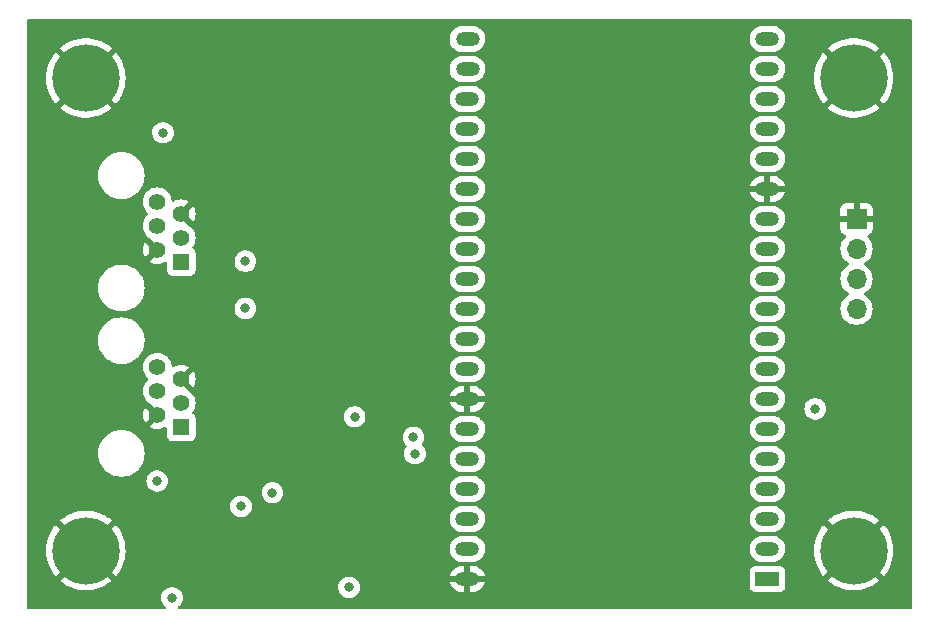
<source format=gbr>
G04 #@! TF.GenerationSoftware,KiCad,Pcbnew,7.0.5.1-1-g8f565ef7f0-dirty-deb11*
G04 #@! TF.CreationDate,2023-07-16T18:38:52+00:00*
G04 #@! TF.ProjectId,LocoBuffer,4c6f636f-4275-4666-9665-722e6b696361,rev?*
G04 #@! TF.SameCoordinates,Original*
G04 #@! TF.FileFunction,Copper,L2,Inr*
G04 #@! TF.FilePolarity,Positive*
%FSLAX46Y46*%
G04 Gerber Fmt 4.6, Leading zero omitted, Abs format (unit mm)*
G04 Created by KiCad (PCBNEW 7.0.5.1-1-g8f565ef7f0-dirty-deb11) date 2023-07-16 18:38:52*
%MOMM*%
%LPD*%
G01*
G04 APERTURE LIST*
G04 #@! TA.AperFunction,ComponentPad*
%ADD10R,1.398000X1.398000*%
G04 #@! TD*
G04 #@! TA.AperFunction,ComponentPad*
%ADD11C,1.398000*%
G04 #@! TD*
G04 #@! TA.AperFunction,ComponentPad*
%ADD12C,5.700000*%
G04 #@! TD*
G04 #@! TA.AperFunction,ComponentPad*
%ADD13R,2.000000X1.200000*%
G04 #@! TD*
G04 #@! TA.AperFunction,ComponentPad*
%ADD14O,2.000000X1.200000*%
G04 #@! TD*
G04 #@! TA.AperFunction,ComponentPad*
%ADD15R,1.700000X1.700000*%
G04 #@! TD*
G04 #@! TA.AperFunction,ComponentPad*
%ADD16O,1.700000X1.700000*%
G04 #@! TD*
G04 #@! TA.AperFunction,ViaPad*
%ADD17C,0.800000*%
G04 #@! TD*
G04 APERTURE END LIST*
D10*
X43080000Y-90540000D03*
D11*
X41050000Y-89524000D03*
X43080000Y-88508000D03*
X41048000Y-87492000D03*
X43080000Y-86476000D03*
X41050000Y-85460000D03*
D10*
X43080000Y-104540000D03*
D11*
X41050000Y-103524000D03*
X43080000Y-102508000D03*
X41048000Y-101492000D03*
X43080000Y-100476000D03*
X41050000Y-99460000D03*
D12*
X35000000Y-75000000D03*
X35000000Y-115000000D03*
X100000000Y-115000000D03*
X100000000Y-75000000D03*
D13*
X92710000Y-117403440D03*
D14*
X92710000Y-114863440D03*
X92710000Y-112323440D03*
X92710000Y-109783440D03*
X92710000Y-107243440D03*
X92710000Y-104703440D03*
X92710000Y-102163440D03*
X92710000Y-99623440D03*
X92710000Y-97083440D03*
X92710000Y-94543440D03*
X92710000Y-92003440D03*
X92710000Y-89463440D03*
X92710000Y-86923440D03*
X92710000Y-84383440D03*
X92710000Y-81843440D03*
X92710000Y-79303440D03*
X92710000Y-76763440D03*
X92710000Y-74223440D03*
X92710000Y-71683440D03*
X67313680Y-71686160D03*
X67313680Y-74226160D03*
X67310000Y-76763440D03*
X67310000Y-79303440D03*
X67310000Y-81843440D03*
X67310000Y-84383440D03*
X67310000Y-86923440D03*
X67310000Y-89463440D03*
X67310000Y-92003440D03*
X67310000Y-94543440D03*
X67310000Y-97083440D03*
X67310000Y-99623440D03*
X67310000Y-102163440D03*
X67310000Y-104703440D03*
X67310000Y-107243440D03*
X67310000Y-109783440D03*
X67310000Y-112323440D03*
X67310000Y-114863440D03*
X67310000Y-117403440D03*
D15*
X100250000Y-86920000D03*
D16*
X100250000Y-89460000D03*
X100250000Y-92000000D03*
X100250000Y-94540000D03*
D17*
X41033706Y-109117500D03*
X50800000Y-110109000D03*
X57762000Y-103675000D03*
X41529000Y-79629000D03*
X62865000Y-106807000D03*
X96750000Y-103000000D03*
X42291000Y-118999000D03*
X62738000Y-105410000D03*
X57277000Y-118110000D03*
X48133000Y-111252000D03*
X48500000Y-94500000D03*
X48500000Y-90500000D03*
G04 #@! TA.AperFunction,Conductor*
G36*
X104916621Y-70045502D02*
G01*
X104963114Y-70099158D01*
X104974500Y-70151500D01*
X104974500Y-119848500D01*
X104954498Y-119916621D01*
X104900842Y-119963114D01*
X104848500Y-119974500D01*
X42881760Y-119974500D01*
X42813639Y-119954498D01*
X42767146Y-119900842D01*
X42757042Y-119830568D01*
X42786536Y-119765988D01*
X42807699Y-119746564D01*
X42834880Y-119726815D01*
X42902253Y-119677866D01*
X43030040Y-119535944D01*
X43125527Y-119370556D01*
X43184542Y-119188928D01*
X43204504Y-118999000D01*
X43184542Y-118809072D01*
X43125527Y-118627444D01*
X43030040Y-118462056D01*
X43030038Y-118462054D01*
X43030034Y-118462048D01*
X42902255Y-118320135D01*
X42747752Y-118207882D01*
X42573288Y-118130206D01*
X42478227Y-118110000D01*
X56363496Y-118110000D01*
X56383457Y-118299927D01*
X56402327Y-118358000D01*
X56442473Y-118481556D01*
X56442476Y-118481561D01*
X56537958Y-118646941D01*
X56537965Y-118646951D01*
X56665744Y-118788864D01*
X56665747Y-118788866D01*
X56820248Y-118901118D01*
X56994712Y-118978794D01*
X57181513Y-119018500D01*
X57372487Y-119018500D01*
X57559288Y-118978794D01*
X57733752Y-118901118D01*
X57888253Y-118788866D01*
X58016040Y-118646944D01*
X58111527Y-118481556D01*
X58170542Y-118299928D01*
X58190504Y-118110000D01*
X58170542Y-117920072D01*
X58111527Y-117738444D01*
X58016040Y-117573056D01*
X58016038Y-117573054D01*
X58016034Y-117573048D01*
X57888255Y-117431135D01*
X57733752Y-117318882D01*
X57559288Y-117241206D01*
X57372487Y-117201500D01*
X57181513Y-117201500D01*
X56994711Y-117241206D01*
X56820247Y-117318882D01*
X56665744Y-117431135D01*
X56537965Y-117573048D01*
X56537958Y-117573058D01*
X56442476Y-117738438D01*
X56442473Y-117738445D01*
X56383457Y-117920072D01*
X56363496Y-118110000D01*
X42478227Y-118110000D01*
X42386487Y-118090500D01*
X42195513Y-118090500D01*
X42008711Y-118130206D01*
X41834247Y-118207882D01*
X41679744Y-118320135D01*
X41551965Y-118462048D01*
X41551958Y-118462058D01*
X41456476Y-118627438D01*
X41456473Y-118627445D01*
X41397457Y-118809072D01*
X41377496Y-118999000D01*
X41397457Y-119188927D01*
X41427526Y-119281470D01*
X41456473Y-119370556D01*
X41456476Y-119370561D01*
X41551958Y-119535941D01*
X41551965Y-119535951D01*
X41679744Y-119677864D01*
X41774301Y-119746564D01*
X41817655Y-119802786D01*
X41823730Y-119873523D01*
X41790598Y-119936314D01*
X41728778Y-119971226D01*
X41700240Y-119974500D01*
X30151500Y-119974500D01*
X30083379Y-119954498D01*
X30036886Y-119900842D01*
X30025500Y-119848500D01*
X30025500Y-115000002D01*
X31637068Y-115000002D01*
X31656782Y-115363597D01*
X31715689Y-115722926D01*
X31813106Y-116073787D01*
X31947881Y-116412046D01*
X31947885Y-116412055D01*
X32118445Y-116733768D01*
X32118447Y-116733772D01*
X32322792Y-117035158D01*
X32322791Y-117035158D01*
X32452695Y-117188093D01*
X33699994Y-115940794D01*
X33701570Y-115943365D01*
X33865130Y-116134870D01*
X34056635Y-116298430D01*
X34059203Y-116300004D01*
X32809134Y-117550073D01*
X32822892Y-117563105D01*
X33112761Y-117783458D01*
X33112767Y-117783462D01*
X33424772Y-117971189D01*
X33424779Y-117971193D01*
X33755239Y-118124081D01*
X33755251Y-118124086D01*
X34100310Y-118240349D01*
X34100327Y-118240354D01*
X34455920Y-118318626D01*
X34455949Y-118318631D01*
X34817927Y-118357999D01*
X34817943Y-118358000D01*
X35182057Y-118358000D01*
X35182072Y-118357999D01*
X35544050Y-118318631D01*
X35544079Y-118318626D01*
X35899672Y-118240354D01*
X35899689Y-118240349D01*
X36244748Y-118124086D01*
X36244760Y-118124081D01*
X36575220Y-117971193D01*
X36575227Y-117971189D01*
X36887232Y-117783462D01*
X36887238Y-117783458D01*
X37177113Y-117563101D01*
X37190865Y-117550074D01*
X35940795Y-116300004D01*
X35943365Y-116298430D01*
X36134870Y-116134870D01*
X36298430Y-115943365D01*
X36300004Y-115940795D01*
X37547302Y-117188093D01*
X37547303Y-117188093D01*
X37580136Y-117149440D01*
X65827126Y-117149440D01*
X66998314Y-117149440D01*
X66982359Y-117165395D01*
X66924835Y-117278292D01*
X66905014Y-117403440D01*
X66924835Y-117528588D01*
X66982359Y-117641485D01*
X66998314Y-117657440D01*
X65831480Y-117657440D01*
X65858175Y-117767478D01*
X65858177Y-117767485D01*
X65946077Y-117959955D01*
X65946079Y-117959959D01*
X66068821Y-118132327D01*
X66068822Y-118132328D01*
X66221964Y-118278349D01*
X66221965Y-118278350D01*
X66399975Y-118392748D01*
X66399980Y-118392751D01*
X66596414Y-118471392D01*
X66596420Y-118471393D01*
X66804194Y-118511439D01*
X66804203Y-118511440D01*
X67056000Y-118511440D01*
X67056000Y-117715126D01*
X67071955Y-117731081D01*
X67184852Y-117788605D01*
X67278519Y-117803440D01*
X67341481Y-117803440D01*
X67435148Y-117788605D01*
X67548045Y-117731081D01*
X67564000Y-117715126D01*
X67564000Y-118511440D01*
X67762779Y-118511440D01*
X67762800Y-118511438D01*
X67920633Y-118496367D01*
X67920648Y-118496364D01*
X68123677Y-118436750D01*
X68311754Y-118339789D01*
X68478085Y-118208984D01*
X68478091Y-118208979D01*
X68614036Y-118052089D01*
X91201500Y-118052089D01*
X91208009Y-118112636D01*
X91208011Y-118112644D01*
X91259110Y-118249642D01*
X91259112Y-118249647D01*
X91346738Y-118366701D01*
X91463792Y-118454327D01*
X91463794Y-118454328D01*
X91463796Y-118454329D01*
X91509543Y-118471392D01*
X91600795Y-118505428D01*
X91600803Y-118505430D01*
X91661350Y-118511939D01*
X91661355Y-118511939D01*
X91661362Y-118511940D01*
X91661368Y-118511940D01*
X93758632Y-118511940D01*
X93758638Y-118511940D01*
X93758645Y-118511939D01*
X93758649Y-118511939D01*
X93819196Y-118505430D01*
X93819199Y-118505429D01*
X93819201Y-118505429D01*
X93956204Y-118454329D01*
X94073261Y-118366701D01*
X94160889Y-118249644D01*
X94211989Y-118112641D01*
X94214370Y-118090500D01*
X94218499Y-118052089D01*
X94218500Y-118052072D01*
X94218500Y-116754807D01*
X94218499Y-116754790D01*
X94211990Y-116694243D01*
X94211988Y-116694235D01*
X94176054Y-116597895D01*
X94160889Y-116557236D01*
X94160888Y-116557234D01*
X94160887Y-116557232D01*
X94073261Y-116440178D01*
X93956207Y-116352552D01*
X93956202Y-116352550D01*
X93819204Y-116301451D01*
X93819196Y-116301449D01*
X93758649Y-116294940D01*
X93758638Y-116294940D01*
X91661362Y-116294940D01*
X91661350Y-116294940D01*
X91600803Y-116301449D01*
X91600795Y-116301451D01*
X91463797Y-116352550D01*
X91463792Y-116352552D01*
X91346738Y-116440178D01*
X91259112Y-116557232D01*
X91259110Y-116557237D01*
X91208011Y-116694235D01*
X91208009Y-116694243D01*
X91201500Y-116754790D01*
X91201500Y-118052089D01*
X68614036Y-118052089D01*
X68616656Y-118049065D01*
X68616657Y-118049064D01*
X68722454Y-117865817D01*
X68722458Y-117865808D01*
X68791662Y-117665855D01*
X68791664Y-117665849D01*
X68792873Y-117657440D01*
X67621686Y-117657440D01*
X67637641Y-117641485D01*
X67695165Y-117528588D01*
X67714986Y-117403440D01*
X67695165Y-117278292D01*
X67637641Y-117165395D01*
X67621686Y-117149440D01*
X68788519Y-117149440D01*
X68788519Y-117149439D01*
X68761824Y-117039401D01*
X68761822Y-117039394D01*
X68673922Y-116846924D01*
X68673920Y-116846920D01*
X68551178Y-116674552D01*
X68551177Y-116674551D01*
X68398035Y-116528530D01*
X68398034Y-116528529D01*
X68220024Y-116414131D01*
X68220019Y-116414128D01*
X68023585Y-116335487D01*
X68023579Y-116335486D01*
X67815805Y-116295440D01*
X67564000Y-116295440D01*
X67564000Y-117091753D01*
X67548045Y-117075799D01*
X67435148Y-117018275D01*
X67341481Y-117003440D01*
X67278519Y-117003440D01*
X67184852Y-117018275D01*
X67071955Y-117075799D01*
X67056000Y-117091753D01*
X67056000Y-116295440D01*
X66857221Y-116295440D01*
X66857199Y-116295441D01*
X66699366Y-116310512D01*
X66699351Y-116310515D01*
X66496322Y-116370129D01*
X66308245Y-116467090D01*
X66141914Y-116597895D01*
X66141908Y-116597900D01*
X66003343Y-116757814D01*
X66003342Y-116757815D01*
X65897545Y-116941062D01*
X65897541Y-116941071D01*
X65828337Y-117141024D01*
X65828335Y-117141030D01*
X65827126Y-117149440D01*
X37580136Y-117149440D01*
X37677203Y-117035165D01*
X37677205Y-117035161D01*
X37881552Y-116733772D01*
X37881554Y-116733768D01*
X38052114Y-116412055D01*
X38052118Y-116412046D01*
X38186893Y-116073787D01*
X38284310Y-115722926D01*
X38343217Y-115363597D01*
X38362932Y-115000002D01*
X38362932Y-114999997D01*
X38352655Y-114810454D01*
X65797718Y-114810454D01*
X65807790Y-115021903D01*
X65807792Y-115021916D01*
X65857700Y-115227638D01*
X65857702Y-115227644D01*
X65945644Y-115420211D01*
X65945648Y-115420218D01*
X66068435Y-115592648D01*
X66068439Y-115592653D01*
X66068441Y-115592655D01*
X66221654Y-115738743D01*
X66399746Y-115853196D01*
X66596279Y-115931876D01*
X66804151Y-115971940D01*
X66804155Y-115971940D01*
X67762801Y-115971940D01*
X67762803Y-115971940D01*
X67920739Y-115956859D01*
X68123862Y-115897217D01*
X68312026Y-115800211D01*
X68478432Y-115669348D01*
X68617065Y-115509358D01*
X68722913Y-115326022D01*
X68792153Y-115125967D01*
X68810264Y-115000001D01*
X68822281Y-114916425D01*
X68817233Y-114810454D01*
X91197718Y-114810454D01*
X91207790Y-115021903D01*
X91207792Y-115021916D01*
X91257700Y-115227638D01*
X91257702Y-115227644D01*
X91345644Y-115420211D01*
X91345648Y-115420218D01*
X91468435Y-115592648D01*
X91468439Y-115592653D01*
X91468441Y-115592655D01*
X91621654Y-115738743D01*
X91799746Y-115853196D01*
X91996279Y-115931876D01*
X92204151Y-115971940D01*
X92204155Y-115971940D01*
X93162801Y-115971940D01*
X93162803Y-115971940D01*
X93320739Y-115956859D01*
X93523862Y-115897217D01*
X93712026Y-115800211D01*
X93878432Y-115669348D01*
X94017065Y-115509358D01*
X94122913Y-115326022D01*
X94192153Y-115125967D01*
X94210264Y-115000002D01*
X96637068Y-115000002D01*
X96656782Y-115363597D01*
X96715689Y-115722926D01*
X96813106Y-116073787D01*
X96947881Y-116412046D01*
X96947885Y-116412055D01*
X97118445Y-116733768D01*
X97118447Y-116733772D01*
X97322792Y-117035158D01*
X97322791Y-117035158D01*
X97452695Y-117188093D01*
X98699994Y-115940794D01*
X98701570Y-115943365D01*
X98865130Y-116134870D01*
X99056635Y-116298430D01*
X99059203Y-116300004D01*
X97809134Y-117550073D01*
X97822892Y-117563105D01*
X98112761Y-117783458D01*
X98112767Y-117783462D01*
X98424772Y-117971189D01*
X98424779Y-117971193D01*
X98755239Y-118124081D01*
X98755251Y-118124086D01*
X99100310Y-118240349D01*
X99100327Y-118240354D01*
X99455920Y-118318626D01*
X99455949Y-118318631D01*
X99817927Y-118357999D01*
X99817943Y-118358000D01*
X100182057Y-118358000D01*
X100182072Y-118357999D01*
X100544050Y-118318631D01*
X100544079Y-118318626D01*
X100899672Y-118240354D01*
X100899689Y-118240349D01*
X101244748Y-118124086D01*
X101244760Y-118124081D01*
X101575220Y-117971193D01*
X101575227Y-117971189D01*
X101887232Y-117783462D01*
X101887238Y-117783458D01*
X102177113Y-117563101D01*
X102190865Y-117550074D01*
X100940795Y-116300004D01*
X100943365Y-116298430D01*
X101134870Y-116134870D01*
X101298430Y-115943365D01*
X101300004Y-115940795D01*
X102547302Y-117188093D01*
X102547303Y-117188093D01*
X102677203Y-117035165D01*
X102677205Y-117035161D01*
X102881552Y-116733772D01*
X102881554Y-116733768D01*
X103052114Y-116412055D01*
X103052118Y-116412046D01*
X103186893Y-116073787D01*
X103284310Y-115722926D01*
X103343217Y-115363597D01*
X103362932Y-115000002D01*
X103362932Y-114999997D01*
X103343217Y-114636402D01*
X103284310Y-114277073D01*
X103186893Y-113926212D01*
X103052118Y-113587953D01*
X103052114Y-113587944D01*
X102881554Y-113266231D01*
X102881552Y-113266227D01*
X102677207Y-112964841D01*
X102677208Y-112964841D01*
X102547302Y-112811905D01*
X101300004Y-114059203D01*
X101298430Y-114056635D01*
X101134870Y-113865130D01*
X100943365Y-113701570D01*
X100940794Y-113699994D01*
X102190864Y-112449924D01*
X102177107Y-112436894D01*
X101887238Y-112216541D01*
X101887232Y-112216537D01*
X101575227Y-112028810D01*
X101575220Y-112028806D01*
X101244760Y-111875918D01*
X101244748Y-111875913D01*
X100899689Y-111759650D01*
X100899672Y-111759645D01*
X100544079Y-111681373D01*
X100544050Y-111681368D01*
X100182072Y-111642000D01*
X99817927Y-111642000D01*
X99455949Y-111681368D01*
X99455920Y-111681373D01*
X99100327Y-111759645D01*
X99100310Y-111759650D01*
X98755251Y-111875913D01*
X98755239Y-111875918D01*
X98424779Y-112028806D01*
X98424772Y-112028810D01*
X98112767Y-112216537D01*
X98112761Y-112216541D01*
X97822880Y-112436903D01*
X97822874Y-112436909D01*
X97809134Y-112449923D01*
X97809133Y-112449924D01*
X99059204Y-113699995D01*
X99056635Y-113701570D01*
X98865130Y-113865130D01*
X98701570Y-114056635D01*
X98699995Y-114059204D01*
X97452696Y-112811905D01*
X97322791Y-112964842D01*
X97118447Y-113266227D01*
X97118445Y-113266231D01*
X96947885Y-113587944D01*
X96947881Y-113587953D01*
X96813106Y-113926212D01*
X96715689Y-114277073D01*
X96656782Y-114636402D01*
X96637068Y-114999997D01*
X96637068Y-115000002D01*
X94210264Y-115000002D01*
X94210264Y-115000001D01*
X94222281Y-114916425D01*
X94212209Y-114704976D01*
X94212208Y-114704971D01*
X94212208Y-114704966D01*
X94162298Y-114499236D01*
X94074356Y-114306669D01*
X94074353Y-114306665D01*
X94074351Y-114306661D01*
X93951564Y-114134231D01*
X93951555Y-114134221D01*
X93924321Y-114108254D01*
X93798346Y-113988137D01*
X93620254Y-113873684D01*
X93423721Y-113795004D01*
X93423720Y-113795003D01*
X93423718Y-113795003D01*
X93215853Y-113754940D01*
X93215849Y-113754940D01*
X92257197Y-113754940D01*
X92257195Y-113754940D01*
X92257177Y-113754941D01*
X92099271Y-113770019D01*
X92099256Y-113770022D01*
X91896135Y-113829663D01*
X91707976Y-113926667D01*
X91541564Y-114057534D01*
X91402938Y-114217517D01*
X91402930Y-114217528D01*
X91297089Y-114400852D01*
X91297086Y-114400859D01*
X91227848Y-114600909D01*
X91227845Y-114600920D01*
X91197718Y-114810454D01*
X68817233Y-114810454D01*
X68812209Y-114704976D01*
X68812208Y-114704971D01*
X68812208Y-114704966D01*
X68762298Y-114499236D01*
X68674356Y-114306669D01*
X68674353Y-114306665D01*
X68674351Y-114306661D01*
X68551564Y-114134231D01*
X68551555Y-114134221D01*
X68524321Y-114108254D01*
X68398346Y-113988137D01*
X68220254Y-113873684D01*
X68023721Y-113795004D01*
X68023720Y-113795003D01*
X68023718Y-113795003D01*
X67815853Y-113754940D01*
X67815849Y-113754940D01*
X66857197Y-113754940D01*
X66857195Y-113754940D01*
X66857177Y-113754941D01*
X66699271Y-113770019D01*
X66699256Y-113770022D01*
X66496135Y-113829663D01*
X66307976Y-113926667D01*
X66141564Y-114057534D01*
X66002938Y-114217517D01*
X66002930Y-114217528D01*
X65897089Y-114400852D01*
X65897086Y-114400859D01*
X65827848Y-114600909D01*
X65827845Y-114600920D01*
X65797718Y-114810454D01*
X38352655Y-114810454D01*
X38343217Y-114636402D01*
X38284310Y-114277073D01*
X38186893Y-113926212D01*
X38052118Y-113587953D01*
X38052114Y-113587944D01*
X37881554Y-113266231D01*
X37881552Y-113266227D01*
X37677207Y-112964841D01*
X37677208Y-112964841D01*
X37547302Y-112811905D01*
X36300004Y-114059203D01*
X36298430Y-114056635D01*
X36134870Y-113865130D01*
X35943365Y-113701570D01*
X35940794Y-113699994D01*
X37190864Y-112449924D01*
X37177107Y-112436894D01*
X36958159Y-112270454D01*
X65797718Y-112270454D01*
X65807790Y-112481903D01*
X65807792Y-112481916D01*
X65857700Y-112687638D01*
X65857702Y-112687644D01*
X65945644Y-112880211D01*
X65945648Y-112880218D01*
X66068435Y-113052648D01*
X66068439Y-113052653D01*
X66068441Y-113052655D01*
X66221654Y-113198743D01*
X66399746Y-113313196D01*
X66596279Y-113391876D01*
X66804151Y-113431940D01*
X66804155Y-113431940D01*
X67762801Y-113431940D01*
X67762803Y-113431940D01*
X67920739Y-113416859D01*
X68123862Y-113357217D01*
X68312026Y-113260211D01*
X68478432Y-113129348D01*
X68617065Y-112969358D01*
X68722913Y-112786022D01*
X68792153Y-112585967D01*
X68811713Y-112449923D01*
X68822281Y-112376425D01*
X68817233Y-112270454D01*
X91197718Y-112270454D01*
X91207790Y-112481903D01*
X91207792Y-112481916D01*
X91257700Y-112687638D01*
X91257702Y-112687644D01*
X91345644Y-112880211D01*
X91345648Y-112880218D01*
X91468435Y-113052648D01*
X91468439Y-113052653D01*
X91468441Y-113052655D01*
X91621654Y-113198743D01*
X91799746Y-113313196D01*
X91996279Y-113391876D01*
X92204151Y-113431940D01*
X92204155Y-113431940D01*
X93162801Y-113431940D01*
X93162803Y-113431940D01*
X93320739Y-113416859D01*
X93523862Y-113357217D01*
X93712026Y-113260211D01*
X93878432Y-113129348D01*
X94017065Y-112969358D01*
X94122913Y-112786022D01*
X94192153Y-112585967D01*
X94211713Y-112449923D01*
X94222281Y-112376425D01*
X94212209Y-112164976D01*
X94212208Y-112164971D01*
X94212208Y-112164966D01*
X94162298Y-111959236D01*
X94074356Y-111766669D01*
X94074353Y-111766665D01*
X94074351Y-111766661D01*
X93951564Y-111594231D01*
X93951555Y-111594221D01*
X93924321Y-111568254D01*
X93798346Y-111448137D01*
X93620254Y-111333684D01*
X93423721Y-111255004D01*
X93423720Y-111255003D01*
X93423718Y-111255003D01*
X93215853Y-111214940D01*
X93215849Y-111214940D01*
X92257197Y-111214940D01*
X92257195Y-111214940D01*
X92257177Y-111214941D01*
X92099271Y-111230019D01*
X92099256Y-111230022D01*
X91896135Y-111289663D01*
X91707976Y-111386667D01*
X91541564Y-111517534D01*
X91402938Y-111677517D01*
X91402930Y-111677528D01*
X91297089Y-111860852D01*
X91297086Y-111860859D01*
X91227848Y-112060909D01*
X91227845Y-112060920D01*
X91197718Y-112270454D01*
X68817233Y-112270454D01*
X68812209Y-112164976D01*
X68812208Y-112164971D01*
X68812208Y-112164966D01*
X68762298Y-111959236D01*
X68674356Y-111766669D01*
X68674353Y-111766665D01*
X68674351Y-111766661D01*
X68551564Y-111594231D01*
X68551555Y-111594221D01*
X68524321Y-111568254D01*
X68398346Y-111448137D01*
X68220254Y-111333684D01*
X68023721Y-111255004D01*
X68023720Y-111255003D01*
X68023718Y-111255003D01*
X67815853Y-111214940D01*
X67815849Y-111214940D01*
X66857197Y-111214940D01*
X66857195Y-111214940D01*
X66857177Y-111214941D01*
X66699271Y-111230019D01*
X66699256Y-111230022D01*
X66496135Y-111289663D01*
X66307976Y-111386667D01*
X66141564Y-111517534D01*
X66002938Y-111677517D01*
X66002930Y-111677528D01*
X65897089Y-111860852D01*
X65897086Y-111860859D01*
X65827848Y-112060909D01*
X65827845Y-112060920D01*
X65797718Y-112270454D01*
X36958159Y-112270454D01*
X36887238Y-112216541D01*
X36887232Y-112216537D01*
X36575227Y-112028810D01*
X36575220Y-112028806D01*
X36244760Y-111875918D01*
X36244748Y-111875913D01*
X35899689Y-111759650D01*
X35899672Y-111759645D01*
X35544079Y-111681373D01*
X35544050Y-111681368D01*
X35182072Y-111642000D01*
X34817927Y-111642000D01*
X34455949Y-111681368D01*
X34455920Y-111681373D01*
X34100327Y-111759645D01*
X34100310Y-111759650D01*
X33755251Y-111875913D01*
X33755239Y-111875918D01*
X33424779Y-112028806D01*
X33424772Y-112028810D01*
X33112767Y-112216537D01*
X33112761Y-112216541D01*
X32822880Y-112436903D01*
X32822874Y-112436909D01*
X32809134Y-112449923D01*
X32809133Y-112449924D01*
X34059204Y-113699995D01*
X34056635Y-113701570D01*
X33865130Y-113865130D01*
X33701570Y-114056635D01*
X33699995Y-114059204D01*
X32452696Y-112811905D01*
X32322791Y-112964842D01*
X32118447Y-113266227D01*
X32118445Y-113266231D01*
X31947885Y-113587944D01*
X31947881Y-113587953D01*
X31813106Y-113926212D01*
X31715689Y-114277073D01*
X31656782Y-114636402D01*
X31637068Y-114999997D01*
X31637068Y-115000002D01*
X30025500Y-115000002D01*
X30025500Y-111251999D01*
X47219496Y-111251999D01*
X47239457Y-111441927D01*
X47241475Y-111448137D01*
X47298473Y-111623556D01*
X47298476Y-111623561D01*
X47393958Y-111788941D01*
X47393965Y-111788951D01*
X47521744Y-111930864D01*
X47521747Y-111930866D01*
X47676248Y-112043118D01*
X47850712Y-112120794D01*
X48037513Y-112160500D01*
X48228487Y-112160500D01*
X48415288Y-112120794D01*
X48589752Y-112043118D01*
X48744253Y-111930866D01*
X48744255Y-111930864D01*
X48872034Y-111788951D01*
X48872035Y-111788949D01*
X48872040Y-111788944D01*
X48967527Y-111623556D01*
X49026542Y-111441928D01*
X49046504Y-111252000D01*
X49026542Y-111062072D01*
X48967527Y-110880444D01*
X48872040Y-110715056D01*
X48872038Y-110715054D01*
X48872034Y-110715048D01*
X48744255Y-110573135D01*
X48589752Y-110460882D01*
X48415288Y-110383206D01*
X48228487Y-110343500D01*
X48037513Y-110343500D01*
X47850711Y-110383206D01*
X47676247Y-110460882D01*
X47521744Y-110573135D01*
X47393965Y-110715048D01*
X47393958Y-110715058D01*
X47300542Y-110876860D01*
X47298473Y-110880444D01*
X47283999Y-110924986D01*
X47239457Y-111062072D01*
X47219496Y-111251999D01*
X30025500Y-111251999D01*
X30025500Y-110109000D01*
X49886496Y-110109000D01*
X49906457Y-110298927D01*
X49919874Y-110340218D01*
X49965473Y-110480556D01*
X49965476Y-110480561D01*
X50060958Y-110645941D01*
X50060965Y-110645951D01*
X50188744Y-110787864D01*
X50188747Y-110787866D01*
X50343248Y-110900118D01*
X50517712Y-110977794D01*
X50704513Y-111017500D01*
X50895487Y-111017500D01*
X51082288Y-110977794D01*
X51256752Y-110900118D01*
X51411253Y-110787866D01*
X51476810Y-110715058D01*
X51539034Y-110645951D01*
X51539035Y-110645949D01*
X51539040Y-110645944D01*
X51634527Y-110480556D01*
X51693542Y-110298928D01*
X51713504Y-110109000D01*
X51693542Y-109919072D01*
X51634527Y-109737444D01*
X51630491Y-109730454D01*
X65797718Y-109730454D01*
X65807790Y-109941903D01*
X65807792Y-109941916D01*
X65857700Y-110147638D01*
X65857702Y-110147644D01*
X65945644Y-110340211D01*
X65945648Y-110340218D01*
X66068435Y-110512648D01*
X66068439Y-110512653D01*
X66068441Y-110512655D01*
X66221654Y-110658743D01*
X66399746Y-110773196D01*
X66596279Y-110851876D01*
X66804151Y-110891940D01*
X66804155Y-110891940D01*
X67762801Y-110891940D01*
X67762803Y-110891940D01*
X67920739Y-110876859D01*
X68123862Y-110817217D01*
X68312026Y-110720211D01*
X68478432Y-110589348D01*
X68617065Y-110429358D01*
X68722913Y-110246022D01*
X68792153Y-110045967D01*
X68822281Y-109836424D01*
X68817233Y-109730454D01*
X91197718Y-109730454D01*
X91207790Y-109941903D01*
X91207792Y-109941916D01*
X91257700Y-110147638D01*
X91257702Y-110147644D01*
X91345644Y-110340211D01*
X91345648Y-110340218D01*
X91468435Y-110512648D01*
X91468439Y-110512653D01*
X91468441Y-110512655D01*
X91621654Y-110658743D01*
X91799746Y-110773196D01*
X91996279Y-110851876D01*
X92204151Y-110891940D01*
X92204155Y-110891940D01*
X93162801Y-110891940D01*
X93162803Y-110891940D01*
X93320739Y-110876859D01*
X93523862Y-110817217D01*
X93712026Y-110720211D01*
X93878432Y-110589348D01*
X94017065Y-110429358D01*
X94122913Y-110246022D01*
X94192153Y-110045967D01*
X94222281Y-109836424D01*
X94213613Y-109654451D01*
X94212209Y-109624976D01*
X94212208Y-109624971D01*
X94212208Y-109624966D01*
X94162298Y-109419236D01*
X94074356Y-109226669D01*
X94074353Y-109226665D01*
X94074351Y-109226661D01*
X93951564Y-109054231D01*
X93951555Y-109054221D01*
X93924321Y-109028254D01*
X93798346Y-108908137D01*
X93620254Y-108793684D01*
X93423721Y-108715004D01*
X93423720Y-108715003D01*
X93423718Y-108715003D01*
X93215853Y-108674940D01*
X93215849Y-108674940D01*
X92257197Y-108674940D01*
X92257195Y-108674940D01*
X92257177Y-108674941D01*
X92099271Y-108690019D01*
X92099256Y-108690022D01*
X91896135Y-108749663D01*
X91707976Y-108846667D01*
X91541564Y-108977534D01*
X91402938Y-109137517D01*
X91402930Y-109137528D01*
X91297089Y-109320852D01*
X91297086Y-109320859D01*
X91227848Y-109520909D01*
X91227845Y-109520920D01*
X91197718Y-109730454D01*
X68817233Y-109730454D01*
X68813613Y-109654451D01*
X68812209Y-109624976D01*
X68812208Y-109624971D01*
X68812208Y-109624966D01*
X68762298Y-109419236D01*
X68674356Y-109226669D01*
X68674353Y-109226665D01*
X68674351Y-109226661D01*
X68551564Y-109054231D01*
X68551555Y-109054221D01*
X68524321Y-109028254D01*
X68398346Y-108908137D01*
X68220254Y-108793684D01*
X68023721Y-108715004D01*
X68023720Y-108715003D01*
X68023718Y-108715003D01*
X67815853Y-108674940D01*
X67815849Y-108674940D01*
X66857197Y-108674940D01*
X66857195Y-108674940D01*
X66857177Y-108674941D01*
X66699271Y-108690019D01*
X66699256Y-108690022D01*
X66496135Y-108749663D01*
X66307976Y-108846667D01*
X66141564Y-108977534D01*
X66002938Y-109137517D01*
X66002930Y-109137528D01*
X65897089Y-109320852D01*
X65897086Y-109320859D01*
X65827848Y-109520909D01*
X65827845Y-109520920D01*
X65797718Y-109730454D01*
X51630491Y-109730454D01*
X51539040Y-109572056D01*
X51539038Y-109572054D01*
X51539034Y-109572048D01*
X51411255Y-109430135D01*
X51256752Y-109317882D01*
X51082288Y-109240206D01*
X50895487Y-109200500D01*
X50704513Y-109200500D01*
X50517711Y-109240206D01*
X50343247Y-109317882D01*
X50188744Y-109430135D01*
X50060965Y-109572048D01*
X50060958Y-109572058D01*
X49965476Y-109737438D01*
X49965473Y-109737445D01*
X49906457Y-109919072D01*
X49886496Y-110109000D01*
X30025500Y-110109000D01*
X30025500Y-109117500D01*
X40120202Y-109117500D01*
X40140163Y-109307427D01*
X40170232Y-109399970D01*
X40199179Y-109489056D01*
X40199182Y-109489061D01*
X40294664Y-109654441D01*
X40294671Y-109654451D01*
X40422450Y-109796364D01*
X40422453Y-109796366D01*
X40576954Y-109908618D01*
X40751418Y-109986294D01*
X40938219Y-110026000D01*
X41129193Y-110026000D01*
X41315994Y-109986294D01*
X41490458Y-109908618D01*
X41644959Y-109796366D01*
X41704305Y-109730456D01*
X41772740Y-109654451D01*
X41772741Y-109654449D01*
X41772746Y-109654444D01*
X41868233Y-109489056D01*
X41927248Y-109307428D01*
X41947210Y-109117500D01*
X41927248Y-108927572D01*
X41868233Y-108745944D01*
X41772746Y-108580556D01*
X41772744Y-108580554D01*
X41772740Y-108580548D01*
X41644961Y-108438635D01*
X41490458Y-108326382D01*
X41315994Y-108248706D01*
X41129193Y-108209000D01*
X40938219Y-108209000D01*
X40751417Y-108248706D01*
X40576953Y-108326382D01*
X40422450Y-108438635D01*
X40294671Y-108580548D01*
X40294664Y-108580558D01*
X40199182Y-108745938D01*
X40199179Y-108745945D01*
X40140163Y-108927572D01*
X40120202Y-109117500D01*
X30025500Y-109117500D01*
X30025500Y-106762499D01*
X36019454Y-106762499D01*
X36039613Y-107044364D01*
X36071394Y-107190456D01*
X36099680Y-107320484D01*
X36148409Y-107451134D01*
X36198431Y-107585248D01*
X36198433Y-107585252D01*
X36333857Y-107833261D01*
X36503200Y-108059479D01*
X36503208Y-108059488D01*
X36703011Y-108259291D01*
X36703020Y-108259299D01*
X36792633Y-108326382D01*
X36929236Y-108428641D01*
X37177251Y-108564068D01*
X37442016Y-108662820D01*
X37718139Y-108722887D01*
X37929447Y-108738000D01*
X37929453Y-108738000D01*
X38070547Y-108738000D01*
X38070553Y-108738000D01*
X38281861Y-108722887D01*
X38557984Y-108662820D01*
X38822749Y-108564068D01*
X39070764Y-108428641D01*
X39296982Y-108259297D01*
X39496797Y-108059482D01*
X39666141Y-107833264D01*
X39801568Y-107585249D01*
X39900320Y-107320484D01*
X39960387Y-107044361D01*
X39980546Y-106762500D01*
X39960387Y-106480639D01*
X39900320Y-106204516D01*
X39801568Y-105939751D01*
X39666141Y-105691736D01*
X39529608Y-105509348D01*
X39496799Y-105465520D01*
X39496791Y-105465511D01*
X39296988Y-105265708D01*
X39296979Y-105265700D01*
X39070761Y-105096357D01*
X38822752Y-104960933D01*
X38822748Y-104960931D01*
X38688634Y-104910909D01*
X38557984Y-104862180D01*
X38557980Y-104862179D01*
X38557977Y-104862178D01*
X38281863Y-104802113D01*
X38281864Y-104802113D01*
X38211424Y-104797075D01*
X38070553Y-104787000D01*
X37929447Y-104787000D01*
X37802662Y-104796067D01*
X37718135Y-104802113D01*
X37442022Y-104862178D01*
X37442017Y-104862179D01*
X37442016Y-104862180D01*
X37412851Y-104873058D01*
X37177251Y-104960931D01*
X37177247Y-104960933D01*
X36929238Y-105096357D01*
X36703020Y-105265700D01*
X36703011Y-105265708D01*
X36503208Y-105465511D01*
X36503200Y-105465520D01*
X36333857Y-105691738D01*
X36198433Y-105939747D01*
X36198431Y-105939751D01*
X36099678Y-106204522D01*
X36039613Y-106480635D01*
X36019454Y-106762499D01*
X30025500Y-106762499D01*
X30025500Y-101492000D01*
X39835888Y-101492000D01*
X39838147Y-101517815D01*
X39854303Y-101702484D01*
X39908986Y-101906565D01*
X39908988Y-101906569D01*
X39998281Y-102098059D01*
X40119461Y-102271122D01*
X40119465Y-102271127D01*
X40119468Y-102271131D01*
X40268869Y-102420532D01*
X40382837Y-102500333D01*
X40399655Y-102514445D01*
X40971079Y-103085869D01*
X40917353Y-103093967D01*
X40796491Y-103152171D01*
X40698156Y-103243413D01*
X40631083Y-103359587D01*
X40611625Y-103444834D01*
X40035419Y-102868628D01*
X40035418Y-102868628D01*
X40000717Y-102918188D01*
X39911459Y-103109602D01*
X39911457Y-103109606D01*
X39856796Y-103313607D01*
X39838389Y-103523999D01*
X39856796Y-103734392D01*
X39911457Y-103938393D01*
X39911459Y-103938398D01*
X40000715Y-104129809D01*
X40035417Y-104179369D01*
X40035418Y-104179369D01*
X40609820Y-103604968D01*
X40611257Y-103624140D01*
X40660266Y-103749013D01*
X40743905Y-103853892D01*
X40854741Y-103929459D01*
X40968620Y-103964586D01*
X40394629Y-104538578D01*
X40394629Y-104538579D01*
X40444198Y-104573288D01*
X40635601Y-104662540D01*
X40635606Y-104662542D01*
X40839607Y-104717203D01*
X41049999Y-104735610D01*
X41260392Y-104717203D01*
X41464393Y-104662542D01*
X41464398Y-104662540D01*
X41655808Y-104573284D01*
X41674226Y-104560388D01*
X41741499Y-104537698D01*
X41810360Y-104554981D01*
X41858945Y-104606750D01*
X41872499Y-104663599D01*
X41872499Y-105287632D01*
X41872500Y-105287649D01*
X41879009Y-105348196D01*
X41879011Y-105348204D01*
X41930110Y-105485202D01*
X41930112Y-105485207D01*
X42017738Y-105602261D01*
X42134792Y-105689887D01*
X42134794Y-105689888D01*
X42134796Y-105689889D01*
X42193875Y-105711924D01*
X42271795Y-105740988D01*
X42271803Y-105740990D01*
X42332350Y-105747499D01*
X42332355Y-105747499D01*
X42332362Y-105747500D01*
X42332368Y-105747500D01*
X43827632Y-105747500D01*
X43827638Y-105747500D01*
X43827645Y-105747499D01*
X43827649Y-105747499D01*
X43888196Y-105740990D01*
X43888199Y-105740989D01*
X43888201Y-105740989D01*
X44025204Y-105689889D01*
X44142261Y-105602261D01*
X44229889Y-105485204D01*
X44257939Y-105410000D01*
X61824496Y-105410000D01*
X61844457Y-105599927D01*
X61857547Y-105640212D01*
X61903473Y-105781556D01*
X61903476Y-105781561D01*
X61998958Y-105946941D01*
X61998965Y-105946951D01*
X62131165Y-106093774D01*
X62129121Y-106095613D01*
X62159997Y-106145672D01*
X62158682Y-106216656D01*
X62132104Y-106263231D01*
X62125959Y-106270055D01*
X62125958Y-106270057D01*
X62030476Y-106435438D01*
X62030473Y-106435445D01*
X61971457Y-106617072D01*
X61951496Y-106807000D01*
X61971457Y-106996927D01*
X62000067Y-107084976D01*
X62030473Y-107178556D01*
X62058841Y-107227691D01*
X62125958Y-107343941D01*
X62125965Y-107343951D01*
X62253744Y-107485864D01*
X62281418Y-107505970D01*
X62408248Y-107598118D01*
X62582712Y-107675794D01*
X62769513Y-107715500D01*
X62960487Y-107715500D01*
X63147288Y-107675794D01*
X63321752Y-107598118D01*
X63476253Y-107485866D01*
X63604040Y-107343944D01*
X63692658Y-107190454D01*
X65797718Y-107190454D01*
X65807790Y-107401903D01*
X65807792Y-107401916D01*
X65857700Y-107607638D01*
X65857702Y-107607644D01*
X65945644Y-107800211D01*
X65945648Y-107800218D01*
X66068435Y-107972648D01*
X66068439Y-107972653D01*
X66068441Y-107972655D01*
X66221654Y-108118743D01*
X66399746Y-108233196D01*
X66596279Y-108311876D01*
X66804151Y-108351940D01*
X66804155Y-108351940D01*
X67762801Y-108351940D01*
X67762803Y-108351940D01*
X67920739Y-108336859D01*
X68123862Y-108277217D01*
X68312026Y-108180211D01*
X68478432Y-108049348D01*
X68617065Y-107889358D01*
X68722913Y-107706022D01*
X68792153Y-107505967D01*
X68822281Y-107296424D01*
X68817233Y-107190454D01*
X91197718Y-107190454D01*
X91207790Y-107401903D01*
X91207792Y-107401916D01*
X91257700Y-107607638D01*
X91257702Y-107607644D01*
X91345644Y-107800211D01*
X91345648Y-107800218D01*
X91468435Y-107972648D01*
X91468439Y-107972653D01*
X91468441Y-107972655D01*
X91621654Y-108118743D01*
X91799746Y-108233196D01*
X91996279Y-108311876D01*
X92204151Y-108351940D01*
X92204155Y-108351940D01*
X93162801Y-108351940D01*
X93162803Y-108351940D01*
X93320739Y-108336859D01*
X93523862Y-108277217D01*
X93712026Y-108180211D01*
X93878432Y-108049348D01*
X94017065Y-107889358D01*
X94122913Y-107706022D01*
X94192153Y-107505967D01*
X94222281Y-107296424D01*
X94217233Y-107190454D01*
X94212209Y-107084976D01*
X94212208Y-107084971D01*
X94212208Y-107084966D01*
X94162298Y-106879236D01*
X94074356Y-106686669D01*
X94074353Y-106686665D01*
X94074351Y-106686661D01*
X93951564Y-106514231D01*
X93951555Y-106514221D01*
X93916331Y-106480635D01*
X93798346Y-106368137D01*
X93620254Y-106253684D01*
X93423721Y-106175004D01*
X93423720Y-106175003D01*
X93423718Y-106175003D01*
X93215853Y-106134940D01*
X93215849Y-106134940D01*
X92257197Y-106134940D01*
X92257195Y-106134940D01*
X92257177Y-106134941D01*
X92099271Y-106150019D01*
X92099256Y-106150022D01*
X91896135Y-106209663D01*
X91707976Y-106306667D01*
X91541564Y-106437534D01*
X91402938Y-106597517D01*
X91402930Y-106597528D01*
X91297089Y-106780852D01*
X91297086Y-106780859D01*
X91227848Y-106980909D01*
X91227845Y-106980920D01*
X91197718Y-107190454D01*
X68817233Y-107190454D01*
X68812209Y-107084976D01*
X68812208Y-107084971D01*
X68812208Y-107084966D01*
X68762298Y-106879236D01*
X68674356Y-106686669D01*
X68674353Y-106686665D01*
X68674351Y-106686661D01*
X68551564Y-106514231D01*
X68551555Y-106514221D01*
X68516331Y-106480635D01*
X68398346Y-106368137D01*
X68220254Y-106253684D01*
X68023721Y-106175004D01*
X68023720Y-106175003D01*
X68023718Y-106175003D01*
X67815853Y-106134940D01*
X67815849Y-106134940D01*
X66857197Y-106134940D01*
X66857195Y-106134940D01*
X66857177Y-106134941D01*
X66699271Y-106150019D01*
X66699256Y-106150022D01*
X66496135Y-106209663D01*
X66307976Y-106306667D01*
X66141564Y-106437534D01*
X66002938Y-106597517D01*
X66002930Y-106597528D01*
X65897089Y-106780852D01*
X65897086Y-106780859D01*
X65827848Y-106980909D01*
X65827845Y-106980920D01*
X65797718Y-107190454D01*
X63692658Y-107190454D01*
X63699527Y-107178556D01*
X63758542Y-106996928D01*
X63778504Y-106807000D01*
X63758542Y-106617072D01*
X63699527Y-106435444D01*
X63604040Y-106270056D01*
X63604038Y-106270054D01*
X63604034Y-106270048D01*
X63471835Y-106123226D01*
X63473877Y-106121386D01*
X63443000Y-106071320D01*
X63444319Y-106000336D01*
X63470901Y-105953761D01*
X63477040Y-105946944D01*
X63572527Y-105781556D01*
X63631542Y-105599928D01*
X63651504Y-105410000D01*
X63631542Y-105220072D01*
X63572527Y-105038444D01*
X63477040Y-104873056D01*
X63477038Y-104873054D01*
X63477034Y-104873048D01*
X63349255Y-104731135D01*
X63238207Y-104650454D01*
X65797718Y-104650454D01*
X65807790Y-104861903D01*
X65807792Y-104861916D01*
X65857700Y-105067638D01*
X65857702Y-105067644D01*
X65945644Y-105260211D01*
X65945648Y-105260218D01*
X66068435Y-105432648D01*
X66068439Y-105432653D01*
X66068441Y-105432655D01*
X66221654Y-105578743D01*
X66399746Y-105693196D01*
X66596279Y-105771876D01*
X66804151Y-105811940D01*
X66804155Y-105811940D01*
X67762801Y-105811940D01*
X67762803Y-105811940D01*
X67920739Y-105796859D01*
X68123862Y-105737217D01*
X68312026Y-105640211D01*
X68478432Y-105509348D01*
X68499351Y-105485207D01*
X68564518Y-105410000D01*
X68617065Y-105349358D01*
X68722913Y-105166022D01*
X68792153Y-104965967D01*
X68822281Y-104756424D01*
X68817233Y-104650454D01*
X91197718Y-104650454D01*
X91207790Y-104861903D01*
X91207792Y-104861916D01*
X91257700Y-105067638D01*
X91257702Y-105067644D01*
X91345644Y-105260211D01*
X91345648Y-105260218D01*
X91468435Y-105432648D01*
X91468439Y-105432653D01*
X91468441Y-105432655D01*
X91621654Y-105578743D01*
X91799746Y-105693196D01*
X91996279Y-105771876D01*
X92204151Y-105811940D01*
X92204155Y-105811940D01*
X93162801Y-105811940D01*
X93162803Y-105811940D01*
X93320739Y-105796859D01*
X93523862Y-105737217D01*
X93712026Y-105640211D01*
X93878432Y-105509348D01*
X93899351Y-105485207D01*
X93964518Y-105410000D01*
X94017065Y-105349358D01*
X94122913Y-105166022D01*
X94192153Y-104965967D01*
X94222281Y-104756424D01*
X94214044Y-104583500D01*
X94212209Y-104544976D01*
X94212208Y-104544971D01*
X94212208Y-104544966D01*
X94162298Y-104339236D01*
X94074356Y-104146669D01*
X94074353Y-104146665D01*
X94074351Y-104146661D01*
X93951564Y-103974231D01*
X93951555Y-103974221D01*
X93882628Y-103908500D01*
X93798346Y-103828137D01*
X93742660Y-103792350D01*
X93620254Y-103713684D01*
X93510295Y-103669663D01*
X93423721Y-103635004D01*
X93423720Y-103635003D01*
X93423718Y-103635003D01*
X93215853Y-103594940D01*
X93215849Y-103594940D01*
X92257197Y-103594940D01*
X92257195Y-103594940D01*
X92257177Y-103594941D01*
X92099271Y-103610019D01*
X92099256Y-103610022D01*
X91896135Y-103669663D01*
X91707976Y-103766667D01*
X91541564Y-103897534D01*
X91402938Y-104057517D01*
X91402930Y-104057528D01*
X91297089Y-104240852D01*
X91297086Y-104240859D01*
X91227848Y-104440909D01*
X91227845Y-104440920D01*
X91197718Y-104650454D01*
X68817233Y-104650454D01*
X68814044Y-104583500D01*
X68812209Y-104544976D01*
X68812208Y-104544971D01*
X68812208Y-104544966D01*
X68762298Y-104339236D01*
X68674356Y-104146669D01*
X68674353Y-104146665D01*
X68674351Y-104146661D01*
X68551564Y-103974231D01*
X68551555Y-103974221D01*
X68482628Y-103908500D01*
X68398346Y-103828137D01*
X68342660Y-103792350D01*
X68220254Y-103713684D01*
X68110295Y-103669663D01*
X68023721Y-103635004D01*
X68023720Y-103635003D01*
X68023718Y-103635003D01*
X67815853Y-103594940D01*
X67815849Y-103594940D01*
X66857197Y-103594940D01*
X66857195Y-103594940D01*
X66857177Y-103594941D01*
X66699271Y-103610019D01*
X66699256Y-103610022D01*
X66496135Y-103669663D01*
X66307976Y-103766667D01*
X66141564Y-103897534D01*
X66002938Y-104057517D01*
X66002930Y-104057528D01*
X65897089Y-104240852D01*
X65897086Y-104240859D01*
X65827848Y-104440909D01*
X65827845Y-104440920D01*
X65797718Y-104650454D01*
X63238207Y-104650454D01*
X63194752Y-104618882D01*
X63020288Y-104541206D01*
X62833487Y-104501500D01*
X62642513Y-104501500D01*
X62455711Y-104541206D01*
X62281247Y-104618882D01*
X62126744Y-104731135D01*
X61998965Y-104873048D01*
X61998958Y-104873058D01*
X61903476Y-105038438D01*
X61903473Y-105038445D01*
X61844457Y-105220072D01*
X61824496Y-105410000D01*
X44257939Y-105410000D01*
X44280556Y-105349362D01*
X44280988Y-105348204D01*
X44280990Y-105348196D01*
X44287499Y-105287649D01*
X44287500Y-105287632D01*
X44287500Y-103792367D01*
X44287499Y-103792350D01*
X44280990Y-103731803D01*
X44280988Y-103731795D01*
X44259804Y-103675000D01*
X56848496Y-103675000D01*
X56868457Y-103864927D01*
X56892328Y-103938393D01*
X56927473Y-104046556D01*
X56927476Y-104046561D01*
X57022958Y-104211941D01*
X57022965Y-104211951D01*
X57150744Y-104353864D01*
X57150747Y-104353866D01*
X57305248Y-104466118D01*
X57479712Y-104543794D01*
X57666513Y-104583500D01*
X57857487Y-104583500D01*
X58044288Y-104543794D01*
X58218752Y-104466118D01*
X58373253Y-104353866D01*
X58373255Y-104353864D01*
X58501034Y-104211951D01*
X58501035Y-104211949D01*
X58501040Y-104211944D01*
X58596527Y-104046556D01*
X58655542Y-103864928D01*
X58675504Y-103675000D01*
X58655542Y-103485072D01*
X58596527Y-103303444D01*
X58501040Y-103138056D01*
X58501038Y-103138054D01*
X58501034Y-103138048D01*
X58373255Y-102996135D01*
X58218752Y-102883882D01*
X58044288Y-102806206D01*
X57857487Y-102766500D01*
X57666513Y-102766500D01*
X57479711Y-102806206D01*
X57305247Y-102883882D01*
X57150744Y-102996135D01*
X57022965Y-103138048D01*
X57022958Y-103138058D01*
X56927476Y-103303438D01*
X56927473Y-103303445D01*
X56868457Y-103485072D01*
X56848496Y-103675000D01*
X44259804Y-103675000D01*
X44244886Y-103635004D01*
X44229889Y-103594796D01*
X44229888Y-103594794D01*
X44229887Y-103594792D01*
X44142261Y-103477738D01*
X44064673Y-103419657D01*
X44022126Y-103362821D01*
X44017061Y-103292006D01*
X44036969Y-103246518D01*
X44129720Y-103114056D01*
X44219013Y-102922567D01*
X44273697Y-102718481D01*
X44292112Y-102508000D01*
X44273697Y-102297519D01*
X44219013Y-102093433D01*
X44133215Y-101909440D01*
X65827126Y-101909440D01*
X66998314Y-101909440D01*
X66982359Y-101925395D01*
X66924835Y-102038292D01*
X66905014Y-102163440D01*
X66924835Y-102288588D01*
X66982359Y-102401485D01*
X66998314Y-102417440D01*
X65831480Y-102417440D01*
X65858175Y-102527478D01*
X65858177Y-102527485D01*
X65946077Y-102719955D01*
X65946079Y-102719959D01*
X66068821Y-102892327D01*
X66068822Y-102892328D01*
X66221964Y-103038349D01*
X66221965Y-103038350D01*
X66399975Y-103152748D01*
X66399980Y-103152751D01*
X66596414Y-103231392D01*
X66596420Y-103231393D01*
X66804194Y-103271439D01*
X66804203Y-103271440D01*
X67056000Y-103271440D01*
X67056000Y-102475126D01*
X67071955Y-102491081D01*
X67184852Y-102548605D01*
X67278519Y-102563440D01*
X67341481Y-102563440D01*
X67435148Y-102548605D01*
X67548045Y-102491081D01*
X67564000Y-102475126D01*
X67564000Y-103271440D01*
X67762779Y-103271440D01*
X67762800Y-103271438D01*
X67920633Y-103256367D01*
X67920648Y-103256364D01*
X68123677Y-103196750D01*
X68311754Y-103099789D01*
X68478085Y-102968984D01*
X68478091Y-102968979D01*
X68616656Y-102809065D01*
X68616657Y-102809064D01*
X68722454Y-102625817D01*
X68722458Y-102625808D01*
X68791662Y-102425855D01*
X68791664Y-102425849D01*
X68792873Y-102417440D01*
X67621686Y-102417440D01*
X67637641Y-102401485D01*
X67695165Y-102288588D01*
X67714986Y-102163440D01*
X67706594Y-102110454D01*
X91197718Y-102110454D01*
X91207790Y-102321903D01*
X91207792Y-102321916D01*
X91257700Y-102527638D01*
X91257702Y-102527644D01*
X91345644Y-102720211D01*
X91345648Y-102720218D01*
X91468435Y-102892648D01*
X91468439Y-102892653D01*
X91468441Y-102892655D01*
X91621654Y-103038743D01*
X91799746Y-103153196D01*
X91996279Y-103231876D01*
X92204151Y-103271940D01*
X92204155Y-103271940D01*
X93162801Y-103271940D01*
X93162803Y-103271940D01*
X93320739Y-103256859D01*
X93523862Y-103197217D01*
X93712026Y-103100211D01*
X93839456Y-102999999D01*
X95836496Y-102999999D01*
X95856457Y-103189927D01*
X95886526Y-103282470D01*
X95915473Y-103371556D01*
X95915476Y-103371561D01*
X96010958Y-103536941D01*
X96010965Y-103536951D01*
X96138744Y-103678864D01*
X96138747Y-103678866D01*
X96293248Y-103791118D01*
X96467712Y-103868794D01*
X96654513Y-103908500D01*
X96845487Y-103908500D01*
X97032288Y-103868794D01*
X97206752Y-103791118D01*
X97361253Y-103678866D01*
X97364734Y-103675000D01*
X97489034Y-103536951D01*
X97489035Y-103536949D01*
X97489040Y-103536944D01*
X97584527Y-103371556D01*
X97643542Y-103189928D01*
X97663504Y-103000000D01*
X97643542Y-102810072D01*
X97584527Y-102628444D01*
X97489040Y-102463056D01*
X97489038Y-102463054D01*
X97489034Y-102463048D01*
X97361255Y-102321135D01*
X97206752Y-102208882D01*
X97032288Y-102131206D01*
X96845487Y-102091500D01*
X96654513Y-102091500D01*
X96467711Y-102131206D01*
X96293247Y-102208882D01*
X96138744Y-102321135D01*
X96010965Y-102463048D01*
X96010958Y-102463058D01*
X95916872Y-102626020D01*
X95915473Y-102628444D01*
X95900999Y-102672986D01*
X95856457Y-102810072D01*
X95836496Y-102999999D01*
X93839456Y-102999999D01*
X93878432Y-102969348D01*
X93878748Y-102968984D01*
X94016446Y-102810072D01*
X94017065Y-102809358D01*
X94122913Y-102626022D01*
X94192153Y-102425967D01*
X94222281Y-102216424D01*
X94216643Y-102098059D01*
X94212209Y-102004976D01*
X94212208Y-102004971D01*
X94212208Y-102004966D01*
X94162298Y-101799236D01*
X94074356Y-101606669D01*
X94074353Y-101606665D01*
X94074351Y-101606661D01*
X93951564Y-101434231D01*
X93951555Y-101434221D01*
X93871506Y-101357895D01*
X93798346Y-101288137D01*
X93620254Y-101173684D01*
X93423721Y-101095004D01*
X93423720Y-101095003D01*
X93423718Y-101095003D01*
X93215853Y-101054940D01*
X93215849Y-101054940D01*
X92257197Y-101054940D01*
X92257195Y-101054940D01*
X92257177Y-101054941D01*
X92099271Y-101070019D01*
X92099256Y-101070022D01*
X91896135Y-101129663D01*
X91707976Y-101226667D01*
X91541564Y-101357534D01*
X91402938Y-101517517D01*
X91402930Y-101517528D01*
X91297089Y-101700852D01*
X91297086Y-101700859D01*
X91227848Y-101900909D01*
X91227845Y-101900920D01*
X91197718Y-102110454D01*
X67706594Y-102110454D01*
X67695165Y-102038292D01*
X67637641Y-101925395D01*
X67621686Y-101909440D01*
X68788519Y-101909440D01*
X68788519Y-101909439D01*
X68761824Y-101799401D01*
X68761822Y-101799394D01*
X68673922Y-101606924D01*
X68673920Y-101606920D01*
X68551178Y-101434552D01*
X68551177Y-101434551D01*
X68398035Y-101288530D01*
X68398034Y-101288529D01*
X68220024Y-101174131D01*
X68220019Y-101174128D01*
X68023585Y-101095487D01*
X68023579Y-101095486D01*
X67815805Y-101055440D01*
X67564000Y-101055440D01*
X67564000Y-101851753D01*
X67548045Y-101835799D01*
X67435148Y-101778275D01*
X67341481Y-101763440D01*
X67278519Y-101763440D01*
X67184852Y-101778275D01*
X67071955Y-101835799D01*
X67056000Y-101851753D01*
X67056000Y-101055440D01*
X66857221Y-101055440D01*
X66857199Y-101055441D01*
X66699366Y-101070512D01*
X66699351Y-101070515D01*
X66496322Y-101130129D01*
X66308245Y-101227090D01*
X66141914Y-101357895D01*
X66141908Y-101357900D01*
X66003343Y-101517814D01*
X66003342Y-101517815D01*
X65897545Y-101701062D01*
X65897541Y-101701071D01*
X65828337Y-101901024D01*
X65828335Y-101901030D01*
X65827126Y-101909440D01*
X44133215Y-101909440D01*
X44129720Y-101901944D01*
X44129719Y-101901943D01*
X44129718Y-101901940D01*
X44008538Y-101728877D01*
X44008535Y-101728873D01*
X44008532Y-101728869D01*
X43859131Y-101579468D01*
X43859127Y-101579465D01*
X43751836Y-101504339D01*
X43735012Y-101490221D01*
X43158921Y-100914130D01*
X43212647Y-100906033D01*
X43333509Y-100847829D01*
X43431844Y-100756587D01*
X43498917Y-100640413D01*
X43518374Y-100555165D01*
X44094578Y-101131369D01*
X44094580Y-101131369D01*
X44129285Y-101081806D01*
X44129286Y-101081805D01*
X44218540Y-100890398D01*
X44218542Y-100890393D01*
X44273203Y-100686392D01*
X44291610Y-100476000D01*
X44273203Y-100265607D01*
X44218542Y-100061606D01*
X44218540Y-100061601D01*
X44129285Y-99870194D01*
X44094579Y-99820629D01*
X43520179Y-100395029D01*
X43518743Y-100375860D01*
X43469734Y-100250987D01*
X43386095Y-100146108D01*
X43275259Y-100070541D01*
X43161376Y-100035412D01*
X43626333Y-99570454D01*
X65797718Y-99570454D01*
X65807790Y-99781903D01*
X65807792Y-99781916D01*
X65857700Y-99987638D01*
X65857702Y-99987644D01*
X65945644Y-100180211D01*
X65945648Y-100180218D01*
X66068435Y-100352648D01*
X66068439Y-100352653D01*
X66068441Y-100352655D01*
X66221654Y-100498743D01*
X66399746Y-100613196D01*
X66596279Y-100691876D01*
X66804151Y-100731940D01*
X66804155Y-100731940D01*
X67762801Y-100731940D01*
X67762803Y-100731940D01*
X67920739Y-100716859D01*
X68123862Y-100657217D01*
X68312026Y-100560211D01*
X68478432Y-100429348D01*
X68513800Y-100388532D01*
X68580473Y-100311587D01*
X68617065Y-100269358D01*
X68722913Y-100086022D01*
X68792153Y-99885967D01*
X68822281Y-99676424D01*
X68817233Y-99570454D01*
X91197718Y-99570454D01*
X91207790Y-99781903D01*
X91207792Y-99781916D01*
X91257700Y-99987638D01*
X91257702Y-99987644D01*
X91345644Y-100180211D01*
X91345648Y-100180218D01*
X91468435Y-100352648D01*
X91468439Y-100352653D01*
X91468441Y-100352655D01*
X91621654Y-100498743D01*
X91799746Y-100613196D01*
X91996279Y-100691876D01*
X92204151Y-100731940D01*
X92204155Y-100731940D01*
X93162801Y-100731940D01*
X93162803Y-100731940D01*
X93320739Y-100716859D01*
X93523862Y-100657217D01*
X93712026Y-100560211D01*
X93878432Y-100429348D01*
X93913800Y-100388532D01*
X93980473Y-100311587D01*
X94017065Y-100269358D01*
X94122913Y-100086022D01*
X94192153Y-99885967D01*
X94222281Y-99676424D01*
X94212261Y-99466076D01*
X94212209Y-99464976D01*
X94212208Y-99464971D01*
X94212208Y-99464966D01*
X94162298Y-99259236D01*
X94074356Y-99066669D01*
X94074353Y-99066665D01*
X94074351Y-99066661D01*
X93951564Y-98894231D01*
X93951555Y-98894221D01*
X93909309Y-98853940D01*
X93798346Y-98748137D01*
X93693670Y-98680866D01*
X93620254Y-98633684D01*
X93510295Y-98589663D01*
X93423721Y-98555004D01*
X93423720Y-98555003D01*
X93423718Y-98555003D01*
X93215853Y-98514940D01*
X93215849Y-98514940D01*
X92257197Y-98514940D01*
X92257195Y-98514940D01*
X92257177Y-98514941D01*
X92099271Y-98530019D01*
X92099256Y-98530022D01*
X91896135Y-98589663D01*
X91707976Y-98686667D01*
X91541564Y-98817534D01*
X91402938Y-98977517D01*
X91402930Y-98977528D01*
X91297089Y-99160852D01*
X91297086Y-99160859D01*
X91227848Y-99360909D01*
X91227845Y-99360920D01*
X91197718Y-99570454D01*
X68817233Y-99570454D01*
X68812261Y-99466076D01*
X68812209Y-99464976D01*
X68812208Y-99464971D01*
X68812208Y-99464966D01*
X68762298Y-99259236D01*
X68674356Y-99066669D01*
X68674353Y-99066665D01*
X68674351Y-99066661D01*
X68551564Y-98894231D01*
X68551555Y-98894221D01*
X68509309Y-98853940D01*
X68398346Y-98748137D01*
X68293670Y-98680866D01*
X68220254Y-98633684D01*
X68110295Y-98589663D01*
X68023721Y-98555004D01*
X68023720Y-98555003D01*
X68023718Y-98555003D01*
X67815853Y-98514940D01*
X67815849Y-98514940D01*
X66857197Y-98514940D01*
X66857195Y-98514940D01*
X66857177Y-98514941D01*
X66699271Y-98530019D01*
X66699256Y-98530022D01*
X66496135Y-98589663D01*
X66307976Y-98686667D01*
X66141564Y-98817534D01*
X66002938Y-98977517D01*
X66002930Y-98977528D01*
X65897089Y-99160852D01*
X65897086Y-99160859D01*
X65827848Y-99360909D01*
X65827845Y-99360920D01*
X65797718Y-99570454D01*
X43626333Y-99570454D01*
X43735369Y-99461418D01*
X43735369Y-99461417D01*
X43685809Y-99426715D01*
X43494398Y-99337459D01*
X43494393Y-99337457D01*
X43290392Y-99282796D01*
X43080000Y-99264389D01*
X42869607Y-99282796D01*
X42665606Y-99337457D01*
X42665601Y-99337459D01*
X42474193Y-99426714D01*
X42450377Y-99443390D01*
X42383102Y-99466076D01*
X42314242Y-99448789D01*
X42265659Y-99397018D01*
X42252589Y-99351162D01*
X42243697Y-99249519D01*
X42189013Y-99045433D01*
X42099720Y-98853944D01*
X42099719Y-98853943D01*
X42099718Y-98853940D01*
X41978538Y-98680877D01*
X41978535Y-98680873D01*
X41978532Y-98680869D01*
X41829131Y-98531468D01*
X41829127Y-98531465D01*
X41829122Y-98531461D01*
X41656059Y-98410281D01*
X41464569Y-98320988D01*
X41464565Y-98320986D01*
X41260484Y-98266303D01*
X41050000Y-98247888D01*
X40839515Y-98266303D01*
X40635434Y-98320986D01*
X40635430Y-98320988D01*
X40443940Y-98410281D01*
X40270877Y-98531461D01*
X40270866Y-98531470D01*
X40121470Y-98680866D01*
X40121461Y-98680877D01*
X40000281Y-98853940D01*
X39910988Y-99045430D01*
X39910986Y-99045434D01*
X39856303Y-99249515D01*
X39837888Y-99460000D01*
X39856303Y-99670484D01*
X39910986Y-99874565D01*
X39910988Y-99874569D01*
X40000281Y-100066059D01*
X40121461Y-100239122D01*
X40121470Y-100239133D01*
X40268241Y-100385904D01*
X40302267Y-100448216D01*
X40297202Y-100519031D01*
X40268242Y-100564094D01*
X40119465Y-100712872D01*
X40119461Y-100712877D01*
X39998281Y-100885940D01*
X39908988Y-101077430D01*
X39908986Y-101077434D01*
X39854303Y-101281515D01*
X39847652Y-101357534D01*
X39835888Y-101492000D01*
X30025500Y-101492000D01*
X30025500Y-97237500D01*
X36019454Y-97237500D01*
X36039613Y-97519364D01*
X36099678Y-97795477D01*
X36099680Y-97795484D01*
X36148409Y-97926134D01*
X36198431Y-98060248D01*
X36198433Y-98060252D01*
X36333857Y-98308261D01*
X36503200Y-98534479D01*
X36503208Y-98534488D01*
X36703011Y-98734291D01*
X36703020Y-98734299D01*
X36721503Y-98748135D01*
X36929236Y-98903641D01*
X37177251Y-99039068D01*
X37442016Y-99137820D01*
X37718139Y-99197887D01*
X37929447Y-99213000D01*
X37929453Y-99213000D01*
X38070547Y-99213000D01*
X38070553Y-99213000D01*
X38281861Y-99197887D01*
X38557984Y-99137820D01*
X38822749Y-99039068D01*
X39070764Y-98903641D01*
X39296982Y-98734297D01*
X39496797Y-98534482D01*
X39666141Y-98308264D01*
X39801568Y-98060249D01*
X39900320Y-97795484D01*
X39960387Y-97519361D01*
X39980546Y-97237500D01*
X39965738Y-97030454D01*
X65797718Y-97030454D01*
X65807790Y-97241903D01*
X65807792Y-97241916D01*
X65857700Y-97447638D01*
X65857702Y-97447644D01*
X65945644Y-97640211D01*
X65945648Y-97640218D01*
X66068435Y-97812648D01*
X66068439Y-97812653D01*
X66068441Y-97812655D01*
X66221654Y-97958743D01*
X66399746Y-98073196D01*
X66596279Y-98151876D01*
X66804151Y-98191940D01*
X66804155Y-98191940D01*
X67762801Y-98191940D01*
X67762803Y-98191940D01*
X67920739Y-98176859D01*
X68123862Y-98117217D01*
X68312026Y-98020211D01*
X68478432Y-97889348D01*
X68617065Y-97729358D01*
X68722913Y-97546022D01*
X68792153Y-97345967D01*
X68822281Y-97136424D01*
X68817233Y-97030454D01*
X91197718Y-97030454D01*
X91207790Y-97241903D01*
X91207792Y-97241916D01*
X91257700Y-97447638D01*
X91257702Y-97447644D01*
X91345644Y-97640211D01*
X91345648Y-97640218D01*
X91468435Y-97812648D01*
X91468439Y-97812653D01*
X91468441Y-97812655D01*
X91621654Y-97958743D01*
X91799746Y-98073196D01*
X91996279Y-98151876D01*
X92204151Y-98191940D01*
X92204155Y-98191940D01*
X93162801Y-98191940D01*
X93162803Y-98191940D01*
X93320739Y-98176859D01*
X93523862Y-98117217D01*
X93712026Y-98020211D01*
X93878432Y-97889348D01*
X94017065Y-97729358D01*
X94122913Y-97546022D01*
X94192153Y-97345967D01*
X94222281Y-97136424D01*
X94217233Y-97030454D01*
X94212209Y-96924976D01*
X94212208Y-96924971D01*
X94212208Y-96924966D01*
X94162298Y-96719236D01*
X94074356Y-96526669D01*
X94074353Y-96526665D01*
X94074351Y-96526661D01*
X93951564Y-96354231D01*
X93951555Y-96354221D01*
X93924321Y-96328254D01*
X93798346Y-96208137D01*
X93620254Y-96093684D01*
X93423721Y-96015004D01*
X93423720Y-96015003D01*
X93423718Y-96015003D01*
X93215853Y-95974940D01*
X93215849Y-95974940D01*
X92257197Y-95974940D01*
X92257195Y-95974940D01*
X92257177Y-95974941D01*
X92099271Y-95990019D01*
X92099256Y-95990022D01*
X91896135Y-96049663D01*
X91707976Y-96146667D01*
X91541564Y-96277534D01*
X91402938Y-96437517D01*
X91402930Y-96437528D01*
X91297089Y-96620852D01*
X91297086Y-96620859D01*
X91227848Y-96820909D01*
X91227845Y-96820920D01*
X91197718Y-97030454D01*
X68817233Y-97030454D01*
X68812209Y-96924976D01*
X68812208Y-96924971D01*
X68812208Y-96924966D01*
X68762298Y-96719236D01*
X68674356Y-96526669D01*
X68674353Y-96526665D01*
X68674351Y-96526661D01*
X68551564Y-96354231D01*
X68551555Y-96354221D01*
X68524321Y-96328254D01*
X68398346Y-96208137D01*
X68220254Y-96093684D01*
X68023721Y-96015004D01*
X68023720Y-96015003D01*
X68023718Y-96015003D01*
X67815853Y-95974940D01*
X67815849Y-95974940D01*
X66857197Y-95974940D01*
X66857195Y-95974940D01*
X66857177Y-95974941D01*
X66699271Y-95990019D01*
X66699256Y-95990022D01*
X66496135Y-96049663D01*
X66307976Y-96146667D01*
X66141564Y-96277534D01*
X66002938Y-96437517D01*
X66002930Y-96437528D01*
X65897089Y-96620852D01*
X65897086Y-96620859D01*
X65827848Y-96820909D01*
X65827845Y-96820920D01*
X65797718Y-97030454D01*
X39965738Y-97030454D01*
X39960387Y-96955639D01*
X39900320Y-96679516D01*
X39801568Y-96414751D01*
X39768521Y-96354231D01*
X39666142Y-96166738D01*
X39651117Y-96146667D01*
X39533855Y-95990022D01*
X39496799Y-95940520D01*
X39496791Y-95940511D01*
X39296988Y-95740708D01*
X39296979Y-95740700D01*
X39070761Y-95571357D01*
X38822752Y-95435933D01*
X38822748Y-95435931D01*
X38688634Y-95385909D01*
X38557984Y-95337180D01*
X38557980Y-95337179D01*
X38557977Y-95337178D01*
X38281863Y-95277113D01*
X38281864Y-95277113D01*
X38211424Y-95272075D01*
X38070553Y-95262000D01*
X37929447Y-95262000D01*
X37802662Y-95271067D01*
X37718135Y-95277113D01*
X37442022Y-95337178D01*
X37442017Y-95337179D01*
X37442016Y-95337180D01*
X37409392Y-95349348D01*
X37177251Y-95435931D01*
X37177247Y-95435933D01*
X36929238Y-95571357D01*
X36703020Y-95740700D01*
X36703011Y-95740708D01*
X36503208Y-95940511D01*
X36503200Y-95940520D01*
X36333857Y-96166738D01*
X36198433Y-96414747D01*
X36198431Y-96414751D01*
X36099678Y-96679522D01*
X36039613Y-96955635D01*
X36019454Y-97237500D01*
X30025500Y-97237500D01*
X30025500Y-92762499D01*
X36019454Y-92762499D01*
X36039613Y-93044364D01*
X36090550Y-93278516D01*
X36099680Y-93320484D01*
X36142370Y-93434940D01*
X36198431Y-93585248D01*
X36198433Y-93585252D01*
X36333857Y-93833261D01*
X36503200Y-94059479D01*
X36503208Y-94059488D01*
X36703011Y-94259291D01*
X36703020Y-94259299D01*
X36778262Y-94315624D01*
X36929236Y-94428641D01*
X37177251Y-94564068D01*
X37442016Y-94662820D01*
X37718139Y-94722887D01*
X37929447Y-94738000D01*
X37929453Y-94738000D01*
X38070547Y-94738000D01*
X38070553Y-94738000D01*
X38281861Y-94722887D01*
X38557984Y-94662820D01*
X38822749Y-94564068D01*
X38940082Y-94499999D01*
X47586496Y-94499999D01*
X47606457Y-94689927D01*
X47630645Y-94764368D01*
X47665473Y-94871556D01*
X47665476Y-94871561D01*
X47760958Y-95036941D01*
X47760965Y-95036951D01*
X47888744Y-95178864D01*
X47902410Y-95188793D01*
X48043248Y-95291118D01*
X48217712Y-95368794D01*
X48404513Y-95408500D01*
X48595487Y-95408500D01*
X48782288Y-95368794D01*
X48956752Y-95291118D01*
X49111253Y-95178866D01*
X49239040Y-95036944D01*
X49334527Y-94871556D01*
X49393542Y-94689928D01*
X49413504Y-94500000D01*
X49412501Y-94490454D01*
X65797718Y-94490454D01*
X65807790Y-94701903D01*
X65807792Y-94701916D01*
X65857700Y-94907638D01*
X65857702Y-94907644D01*
X65945644Y-95100211D01*
X65945648Y-95100218D01*
X66068435Y-95272648D01*
X66068439Y-95272653D01*
X66068441Y-95272655D01*
X66221654Y-95418743D01*
X66399746Y-95533196D01*
X66596279Y-95611876D01*
X66804151Y-95651940D01*
X66804155Y-95651940D01*
X67762801Y-95651940D01*
X67762803Y-95651940D01*
X67920739Y-95636859D01*
X68123862Y-95577217D01*
X68312026Y-95480211D01*
X68478432Y-95349348D01*
X68488978Y-95337178D01*
X68554120Y-95262000D01*
X68617065Y-95189358D01*
X68722913Y-95006022D01*
X68792153Y-94805967D01*
X68808837Y-94689927D01*
X68822281Y-94596425D01*
X68817233Y-94490454D01*
X91197718Y-94490454D01*
X91207790Y-94701903D01*
X91207792Y-94701916D01*
X91257700Y-94907638D01*
X91257702Y-94907644D01*
X91345644Y-95100211D01*
X91345648Y-95100218D01*
X91468435Y-95272648D01*
X91468439Y-95272653D01*
X91468441Y-95272655D01*
X91621654Y-95418743D01*
X91799746Y-95533196D01*
X91996279Y-95611876D01*
X92204151Y-95651940D01*
X92204155Y-95651940D01*
X93162801Y-95651940D01*
X93162803Y-95651940D01*
X93320739Y-95636859D01*
X93523862Y-95577217D01*
X93712026Y-95480211D01*
X93878432Y-95349348D01*
X93888978Y-95337178D01*
X93954120Y-95262000D01*
X94017065Y-95189358D01*
X94122913Y-95006022D01*
X94192153Y-94805967D01*
X94208837Y-94689927D01*
X94222281Y-94596425D01*
X94219593Y-94540000D01*
X98886844Y-94540000D01*
X98897021Y-94662821D01*
X98905437Y-94764375D01*
X98960702Y-94982612D01*
X98960703Y-94982613D01*
X98960704Y-94982616D01*
X99012286Y-95100211D01*
X99051141Y-95188793D01*
X99174275Y-95377265D01*
X99174279Y-95377270D01*
X99326762Y-95542908D01*
X99363313Y-95571357D01*
X99504424Y-95681189D01*
X99702426Y-95788342D01*
X99702427Y-95788342D01*
X99702428Y-95788343D01*
X99814227Y-95826723D01*
X99915365Y-95861444D01*
X100137431Y-95898500D01*
X100137435Y-95898500D01*
X100362565Y-95898500D01*
X100362569Y-95898500D01*
X100584635Y-95861444D01*
X100797574Y-95788342D01*
X100995576Y-95681189D01*
X101173240Y-95542906D01*
X101325722Y-95377268D01*
X101448860Y-95188791D01*
X101539296Y-94982616D01*
X101594564Y-94764368D01*
X101613156Y-94540000D01*
X101594564Y-94315632D01*
X101580298Y-94259297D01*
X101539297Y-94097387D01*
X101539296Y-94097386D01*
X101539296Y-94097384D01*
X101448860Y-93891209D01*
X101411001Y-93833261D01*
X101325724Y-93702734D01*
X101325720Y-93702729D01*
X101173237Y-93537091D01*
X101041994Y-93434940D01*
X100995576Y-93398811D01*
X100962319Y-93380813D01*
X100911929Y-93330802D01*
X100896576Y-93261485D01*
X100921136Y-93194872D01*
X100962320Y-93159186D01*
X100995576Y-93141189D01*
X101173240Y-93002906D01*
X101325722Y-92837268D01*
X101448860Y-92648791D01*
X101539296Y-92442616D01*
X101594564Y-92224368D01*
X101613156Y-92000000D01*
X101594564Y-91775632D01*
X101560024Y-91639235D01*
X101539297Y-91557387D01*
X101539296Y-91557386D01*
X101539296Y-91557384D01*
X101448860Y-91351209D01*
X101398564Y-91274225D01*
X101325724Y-91162734D01*
X101325720Y-91162729D01*
X101173237Y-90997091D01*
X101041994Y-90894940D01*
X100995576Y-90858811D01*
X100962319Y-90840813D01*
X100911929Y-90790802D01*
X100896576Y-90721485D01*
X100921136Y-90654872D01*
X100962320Y-90619186D01*
X100995576Y-90601189D01*
X101173240Y-90462906D01*
X101325722Y-90297268D01*
X101448860Y-90108791D01*
X101539296Y-89902616D01*
X101594564Y-89684368D01*
X101613156Y-89460000D01*
X101594564Y-89235632D01*
X101573429Y-89152171D01*
X101539297Y-89017387D01*
X101539296Y-89017386D01*
X101539296Y-89017384D01*
X101448860Y-88811209D01*
X101398564Y-88734225D01*
X101325724Y-88622734D01*
X101325714Y-88622722D01*
X101182159Y-88466782D01*
X101150737Y-88403117D01*
X101158723Y-88332571D01*
X101203582Y-88277542D01*
X101230827Y-88263388D01*
X101345965Y-88220444D01*
X101462904Y-88132904D01*
X101550444Y-88015965D01*
X101550444Y-88015964D01*
X101601494Y-87879093D01*
X101607999Y-87818597D01*
X101608000Y-87818585D01*
X101608000Y-87174000D01*
X100681116Y-87174000D01*
X100709493Y-87129844D01*
X100750000Y-86991889D01*
X100750000Y-86848111D01*
X100709493Y-86710156D01*
X100681116Y-86666000D01*
X101608000Y-86666000D01*
X101608000Y-86021414D01*
X101607999Y-86021402D01*
X101601494Y-85960906D01*
X101550444Y-85824035D01*
X101550444Y-85824034D01*
X101462904Y-85707095D01*
X101345965Y-85619555D01*
X101209093Y-85568505D01*
X101148597Y-85562000D01*
X100504000Y-85562000D01*
X100504000Y-86486325D01*
X100392315Y-86435320D01*
X100285763Y-86420000D01*
X100214237Y-86420000D01*
X100107685Y-86435320D01*
X99996000Y-86486325D01*
X99996000Y-85562000D01*
X99351402Y-85562000D01*
X99290906Y-85568505D01*
X99154035Y-85619555D01*
X99154034Y-85619555D01*
X99037095Y-85707095D01*
X98949555Y-85824034D01*
X98949555Y-85824035D01*
X98898505Y-85960906D01*
X98892000Y-86021402D01*
X98892000Y-86666000D01*
X99818884Y-86666000D01*
X99790507Y-86710156D01*
X99750000Y-86848111D01*
X99750000Y-86991889D01*
X99790507Y-87129844D01*
X99818884Y-87174000D01*
X98892000Y-87174000D01*
X98892000Y-87818597D01*
X98898505Y-87879093D01*
X98949555Y-88015964D01*
X98949555Y-88015965D01*
X99037095Y-88132904D01*
X99154034Y-88220444D01*
X99269172Y-88263388D01*
X99326008Y-88305935D01*
X99350819Y-88372455D01*
X99335728Y-88441829D01*
X99317841Y-88466782D01*
X99174280Y-88622729D01*
X99174275Y-88622734D01*
X99051141Y-88811206D01*
X98960703Y-89017386D01*
X98960702Y-89017387D01*
X98905437Y-89235624D01*
X98905436Y-89235630D01*
X98905436Y-89235632D01*
X98886844Y-89460000D01*
X98900445Y-89624140D01*
X98905437Y-89684375D01*
X98960702Y-89902612D01*
X98960703Y-89902613D01*
X98960704Y-89902616D01*
X99012286Y-90020211D01*
X99051141Y-90108793D01*
X99174275Y-90297265D01*
X99174279Y-90297270D01*
X99326762Y-90462908D01*
X99374418Y-90500000D01*
X99504424Y-90601189D01*
X99537680Y-90619186D01*
X99588071Y-90669200D01*
X99603423Y-90738516D01*
X99578862Y-90805129D01*
X99537680Y-90840813D01*
X99504426Y-90858810D01*
X99504424Y-90858811D01*
X99326762Y-90997091D01*
X99174279Y-91162729D01*
X99174275Y-91162734D01*
X99051141Y-91351206D01*
X98960703Y-91557386D01*
X98960702Y-91557387D01*
X98905437Y-91775624D01*
X98905436Y-91775630D01*
X98905436Y-91775632D01*
X98886844Y-92000000D01*
X98903791Y-92204522D01*
X98905437Y-92224375D01*
X98960702Y-92442612D01*
X98960703Y-92442613D01*
X98960704Y-92442616D01*
X99012286Y-92560211D01*
X99051141Y-92648793D01*
X99174275Y-92837265D01*
X99174279Y-92837270D01*
X99326762Y-93002908D01*
X99370841Y-93037216D01*
X99504424Y-93141189D01*
X99537680Y-93159186D01*
X99588071Y-93209200D01*
X99603423Y-93278516D01*
X99578862Y-93345129D01*
X99537680Y-93380813D01*
X99504426Y-93398810D01*
X99504424Y-93398811D01*
X99326762Y-93537091D01*
X99174279Y-93702729D01*
X99174275Y-93702734D01*
X99051141Y-93891206D01*
X98960703Y-94097386D01*
X98960702Y-94097387D01*
X98905437Y-94315624D01*
X98905436Y-94315630D01*
X98905436Y-94315632D01*
X98886844Y-94540000D01*
X94219593Y-94540000D01*
X94212209Y-94384976D01*
X94212208Y-94384971D01*
X94212208Y-94384966D01*
X94162298Y-94179236D01*
X94074356Y-93986669D01*
X94074353Y-93986665D01*
X94074351Y-93986661D01*
X93951564Y-93814231D01*
X93951555Y-93814221D01*
X93924321Y-93788254D01*
X93798346Y-93668137D01*
X93620254Y-93553684D01*
X93423721Y-93475004D01*
X93423720Y-93475003D01*
X93423718Y-93475003D01*
X93215853Y-93434940D01*
X93215849Y-93434940D01*
X92257197Y-93434940D01*
X92257195Y-93434940D01*
X92257177Y-93434941D01*
X92099271Y-93450019D01*
X92099256Y-93450022D01*
X91896135Y-93509663D01*
X91707976Y-93606667D01*
X91541564Y-93737534D01*
X91402938Y-93897517D01*
X91402930Y-93897528D01*
X91297089Y-94080852D01*
X91297086Y-94080859D01*
X91227848Y-94280909D01*
X91227845Y-94280920D01*
X91197718Y-94490454D01*
X68817233Y-94490454D01*
X68812209Y-94384976D01*
X68812208Y-94384971D01*
X68812208Y-94384966D01*
X68762298Y-94179236D01*
X68674356Y-93986669D01*
X68674353Y-93986665D01*
X68674351Y-93986661D01*
X68551564Y-93814231D01*
X68551555Y-93814221D01*
X68524321Y-93788254D01*
X68398346Y-93668137D01*
X68220254Y-93553684D01*
X68023721Y-93475004D01*
X68023720Y-93475003D01*
X68023718Y-93475003D01*
X67815853Y-93434940D01*
X67815849Y-93434940D01*
X66857197Y-93434940D01*
X66857195Y-93434940D01*
X66857177Y-93434941D01*
X66699271Y-93450019D01*
X66699256Y-93450022D01*
X66496135Y-93509663D01*
X66307976Y-93606667D01*
X66141564Y-93737534D01*
X66002938Y-93897517D01*
X66002930Y-93897528D01*
X65897089Y-94080852D01*
X65897086Y-94080859D01*
X65827848Y-94280909D01*
X65827845Y-94280920D01*
X65797718Y-94490454D01*
X49412501Y-94490454D01*
X49393542Y-94310072D01*
X49334527Y-94128444D01*
X49239040Y-93963056D01*
X49239038Y-93963054D01*
X49239034Y-93963048D01*
X49111255Y-93821135D01*
X48956752Y-93708882D01*
X48782288Y-93631206D01*
X48595487Y-93591500D01*
X48404513Y-93591500D01*
X48217711Y-93631206D01*
X48043247Y-93708882D01*
X47888744Y-93821135D01*
X47760965Y-93963048D01*
X47760958Y-93963058D01*
X47665476Y-94128438D01*
X47665473Y-94128445D01*
X47606457Y-94310072D01*
X47586496Y-94499999D01*
X38940082Y-94499999D01*
X39070764Y-94428641D01*
X39296982Y-94259297D01*
X39496797Y-94059482D01*
X39666141Y-93833264D01*
X39801568Y-93585249D01*
X39900320Y-93320484D01*
X39960387Y-93044361D01*
X39980546Y-92762500D01*
X39960387Y-92480639D01*
X39900320Y-92204516D01*
X39805560Y-91950454D01*
X65797718Y-91950454D01*
X65807790Y-92161903D01*
X65807792Y-92161916D01*
X65857700Y-92367638D01*
X65857702Y-92367644D01*
X65945644Y-92560211D01*
X65945648Y-92560218D01*
X66068435Y-92732648D01*
X66068439Y-92732653D01*
X66068441Y-92732655D01*
X66221654Y-92878743D01*
X66399746Y-92993196D01*
X66596279Y-93071876D01*
X66804151Y-93111940D01*
X66804155Y-93111940D01*
X67762801Y-93111940D01*
X67762803Y-93111940D01*
X67920739Y-93096859D01*
X68123862Y-93037217D01*
X68312026Y-92940211D01*
X68478432Y-92809348D01*
X68617065Y-92649358D01*
X68722913Y-92466022D01*
X68792153Y-92265967D01*
X68822281Y-92056424D01*
X68817233Y-91950454D01*
X91197718Y-91950454D01*
X91207790Y-92161903D01*
X91207792Y-92161916D01*
X91257700Y-92367638D01*
X91257702Y-92367644D01*
X91345644Y-92560211D01*
X91345648Y-92560218D01*
X91468435Y-92732648D01*
X91468439Y-92732653D01*
X91468441Y-92732655D01*
X91621654Y-92878743D01*
X91799746Y-92993196D01*
X91996279Y-93071876D01*
X92204151Y-93111940D01*
X92204155Y-93111940D01*
X93162801Y-93111940D01*
X93162803Y-93111940D01*
X93320739Y-93096859D01*
X93523862Y-93037217D01*
X93712026Y-92940211D01*
X93878432Y-92809348D01*
X94017065Y-92649358D01*
X94122913Y-92466022D01*
X94192153Y-92265967D01*
X94222281Y-92056424D01*
X94216723Y-91939747D01*
X94212209Y-91844976D01*
X94212208Y-91844971D01*
X94212208Y-91844966D01*
X94162298Y-91639236D01*
X94074356Y-91446669D01*
X94074353Y-91446665D01*
X94074351Y-91446661D01*
X93951564Y-91274231D01*
X93951555Y-91274221D01*
X93924321Y-91248254D01*
X93798346Y-91128137D01*
X93748895Y-91096357D01*
X93620254Y-91013684D01*
X93488483Y-90960931D01*
X93423721Y-90935004D01*
X93423720Y-90935003D01*
X93423718Y-90935003D01*
X93215853Y-90894940D01*
X93215849Y-90894940D01*
X92257197Y-90894940D01*
X92257195Y-90894940D01*
X92257177Y-90894941D01*
X92099271Y-90910019D01*
X92099256Y-90910022D01*
X91896135Y-90969663D01*
X91707976Y-91066667D01*
X91541564Y-91197534D01*
X91402938Y-91357517D01*
X91402930Y-91357528D01*
X91297089Y-91540852D01*
X91297086Y-91540859D01*
X91227848Y-91740909D01*
X91227845Y-91740920D01*
X91197718Y-91950454D01*
X68817233Y-91950454D01*
X68816723Y-91939747D01*
X68812209Y-91844976D01*
X68812208Y-91844971D01*
X68812208Y-91844966D01*
X68762298Y-91639236D01*
X68674356Y-91446669D01*
X68674353Y-91446665D01*
X68674351Y-91446661D01*
X68551564Y-91274231D01*
X68551555Y-91274221D01*
X68524321Y-91248254D01*
X68398346Y-91128137D01*
X68348895Y-91096357D01*
X68220254Y-91013684D01*
X68088483Y-90960931D01*
X68023721Y-90935004D01*
X68023720Y-90935003D01*
X68023718Y-90935003D01*
X67815853Y-90894940D01*
X67815849Y-90894940D01*
X66857197Y-90894940D01*
X66857195Y-90894940D01*
X66857177Y-90894941D01*
X66699271Y-90910019D01*
X66699256Y-90910022D01*
X66496135Y-90969663D01*
X66307976Y-91066667D01*
X66141564Y-91197534D01*
X66002938Y-91357517D01*
X66002930Y-91357528D01*
X65897089Y-91540852D01*
X65897086Y-91540859D01*
X65827848Y-91740909D01*
X65827845Y-91740920D01*
X65797718Y-91950454D01*
X39805560Y-91950454D01*
X39801568Y-91939751D01*
X39666141Y-91691736D01*
X39565567Y-91557384D01*
X39496799Y-91465520D01*
X39496791Y-91465511D01*
X39296988Y-91265708D01*
X39296979Y-91265700D01*
X39070761Y-91096357D01*
X38822752Y-90960933D01*
X38822748Y-90960931D01*
X38686246Y-90910019D01*
X38557984Y-90862180D01*
X38557980Y-90862179D01*
X38557977Y-90862178D01*
X38281863Y-90802113D01*
X38281864Y-90802113D01*
X38211424Y-90797075D01*
X38070553Y-90787000D01*
X37929447Y-90787000D01*
X37802662Y-90796067D01*
X37718135Y-90802113D01*
X37442022Y-90862178D01*
X37442017Y-90862179D01*
X37442016Y-90862180D01*
X37416878Y-90871556D01*
X37177251Y-90960931D01*
X37177247Y-90960933D01*
X36929238Y-91096357D01*
X36703020Y-91265700D01*
X36703011Y-91265708D01*
X36503208Y-91465511D01*
X36503200Y-91465520D01*
X36333857Y-91691738D01*
X36198433Y-91939747D01*
X36198431Y-91939751D01*
X36099678Y-92204522D01*
X36039613Y-92480635D01*
X36019454Y-92762499D01*
X30025500Y-92762499D01*
X30025500Y-87491999D01*
X39835888Y-87491999D01*
X39854303Y-87702484D01*
X39908986Y-87906565D01*
X39908988Y-87906569D01*
X39998281Y-88098059D01*
X40119461Y-88271122D01*
X40119465Y-88271127D01*
X40119468Y-88271131D01*
X40268869Y-88420532D01*
X40382837Y-88500333D01*
X40399655Y-88514445D01*
X40971079Y-89085869D01*
X40917353Y-89093967D01*
X40796491Y-89152171D01*
X40698156Y-89243413D01*
X40631083Y-89359587D01*
X40611625Y-89444834D01*
X40035419Y-88868628D01*
X40035418Y-88868628D01*
X40000717Y-88918188D01*
X39911459Y-89109602D01*
X39911457Y-89109606D01*
X39856796Y-89313607D01*
X39838389Y-89524000D01*
X39856796Y-89734392D01*
X39911457Y-89938393D01*
X39911459Y-89938398D01*
X40000715Y-90129809D01*
X40035417Y-90179369D01*
X40035418Y-90179369D01*
X40609820Y-89604968D01*
X40611257Y-89624140D01*
X40660266Y-89749013D01*
X40743905Y-89853892D01*
X40854741Y-89929459D01*
X40968620Y-89964586D01*
X40394629Y-90538578D01*
X40394629Y-90538579D01*
X40444198Y-90573288D01*
X40635601Y-90662540D01*
X40635606Y-90662542D01*
X40839607Y-90717203D01*
X41049999Y-90735610D01*
X41260392Y-90717203D01*
X41464393Y-90662542D01*
X41464398Y-90662540D01*
X41655808Y-90573284D01*
X41674226Y-90560388D01*
X41741499Y-90537698D01*
X41810360Y-90554981D01*
X41858945Y-90606750D01*
X41872499Y-90663599D01*
X41872499Y-91287632D01*
X41872500Y-91287649D01*
X41879009Y-91348196D01*
X41879011Y-91348204D01*
X41930110Y-91485202D01*
X41930112Y-91485207D01*
X42017738Y-91602261D01*
X42134792Y-91689887D01*
X42134794Y-91689888D01*
X42134796Y-91689889D01*
X42193875Y-91711924D01*
X42271795Y-91740988D01*
X42271803Y-91740990D01*
X42332350Y-91747499D01*
X42332355Y-91747499D01*
X42332362Y-91747500D01*
X42332368Y-91747500D01*
X43827632Y-91747500D01*
X43827638Y-91747500D01*
X43827645Y-91747499D01*
X43827649Y-91747499D01*
X43888196Y-91740990D01*
X43888199Y-91740989D01*
X43888201Y-91740989D01*
X43888416Y-91740909D01*
X43907045Y-91733960D01*
X44025204Y-91689889D01*
X44142261Y-91602261D01*
X44229889Y-91485204D01*
X44280989Y-91348201D01*
X44287500Y-91287638D01*
X44287500Y-90499999D01*
X47586496Y-90499999D01*
X47606457Y-90689927D01*
X47619478Y-90730000D01*
X47665473Y-90871556D01*
X47665476Y-90871561D01*
X47760958Y-91036941D01*
X47760965Y-91036951D01*
X47888744Y-91178864D01*
X47888747Y-91178866D01*
X48043248Y-91291118D01*
X48217712Y-91368794D01*
X48404513Y-91408500D01*
X48595487Y-91408500D01*
X48782288Y-91368794D01*
X48956752Y-91291118D01*
X49111253Y-91178866D01*
X49111255Y-91178864D01*
X49239034Y-91036951D01*
X49239035Y-91036949D01*
X49239040Y-91036944D01*
X49334527Y-90871556D01*
X49393542Y-90689928D01*
X49413504Y-90500000D01*
X49393542Y-90310072D01*
X49334527Y-90128444D01*
X49239040Y-89963056D01*
X49239038Y-89963054D01*
X49239034Y-89963048D01*
X49111255Y-89821135D01*
X48956752Y-89708882D01*
X48782288Y-89631206D01*
X48595487Y-89591500D01*
X48404513Y-89591500D01*
X48217711Y-89631206D01*
X48043247Y-89708882D01*
X47888744Y-89821135D01*
X47760965Y-89963048D01*
X47760958Y-89963058D01*
X47676496Y-90109351D01*
X47665473Y-90128444D01*
X47650999Y-90172986D01*
X47606457Y-90310072D01*
X47586496Y-90499999D01*
X44287500Y-90499999D01*
X44287500Y-89792362D01*
X44281268Y-89734392D01*
X44280990Y-89731802D01*
X44280988Y-89731795D01*
X44240004Y-89621916D01*
X44229889Y-89594796D01*
X44229888Y-89594794D01*
X44229887Y-89594792D01*
X44142261Y-89477738D01*
X44064673Y-89419657D01*
X44057784Y-89410454D01*
X65797718Y-89410454D01*
X65807790Y-89621903D01*
X65807792Y-89621916D01*
X65857700Y-89827638D01*
X65857702Y-89827644D01*
X65945644Y-90020211D01*
X65945648Y-90020218D01*
X66068435Y-90192648D01*
X66068439Y-90192653D01*
X66068441Y-90192655D01*
X66221654Y-90338743D01*
X66399746Y-90453196D01*
X66596279Y-90531876D01*
X66804151Y-90571940D01*
X66804155Y-90571940D01*
X67762801Y-90571940D01*
X67762803Y-90571940D01*
X67920739Y-90556859D01*
X68123862Y-90497217D01*
X68312026Y-90400211D01*
X68478432Y-90269348D01*
X68617065Y-90109358D01*
X68722913Y-89926022D01*
X68792153Y-89725967D01*
X68814861Y-89568031D01*
X68822281Y-89516425D01*
X68817233Y-89410454D01*
X91197718Y-89410454D01*
X91207790Y-89621903D01*
X91207792Y-89621916D01*
X91257700Y-89827638D01*
X91257702Y-89827644D01*
X91345644Y-90020211D01*
X91345648Y-90020218D01*
X91468435Y-90192648D01*
X91468439Y-90192653D01*
X91468441Y-90192655D01*
X91621654Y-90338743D01*
X91799746Y-90453196D01*
X91996279Y-90531876D01*
X92204151Y-90571940D01*
X92204155Y-90571940D01*
X93162801Y-90571940D01*
X93162803Y-90571940D01*
X93320739Y-90556859D01*
X93523862Y-90497217D01*
X93712026Y-90400211D01*
X93878432Y-90269348D01*
X94017065Y-90109358D01*
X94122913Y-89926022D01*
X94192153Y-89725967D01*
X94214861Y-89568031D01*
X94222281Y-89516425D01*
X94212209Y-89304976D01*
X94212208Y-89304971D01*
X94212208Y-89304966D01*
X94162298Y-89099236D01*
X94074356Y-88906669D01*
X94074353Y-88906665D01*
X94074351Y-88906661D01*
X93951564Y-88734231D01*
X93951555Y-88734221D01*
X93900664Y-88685697D01*
X93798346Y-88588137D01*
X93620254Y-88473684D01*
X93423721Y-88395004D01*
X93423720Y-88395003D01*
X93423718Y-88395003D01*
X93215853Y-88354940D01*
X93215849Y-88354940D01*
X92257197Y-88354940D01*
X92257195Y-88354940D01*
X92257177Y-88354941D01*
X92099271Y-88370019D01*
X92099256Y-88370022D01*
X91896135Y-88429663D01*
X91707976Y-88526667D01*
X91541564Y-88657534D01*
X91402938Y-88817517D01*
X91402930Y-88817528D01*
X91297089Y-89000852D01*
X91297086Y-89000859D01*
X91227848Y-89200909D01*
X91227845Y-89200920D01*
X91197718Y-89410454D01*
X68817233Y-89410454D01*
X68812209Y-89304976D01*
X68812208Y-89304971D01*
X68812208Y-89304966D01*
X68762298Y-89099236D01*
X68674356Y-88906669D01*
X68674353Y-88906665D01*
X68674351Y-88906661D01*
X68551564Y-88734231D01*
X68551555Y-88734221D01*
X68500664Y-88685697D01*
X68398346Y-88588137D01*
X68220254Y-88473684D01*
X68023721Y-88395004D01*
X68023720Y-88395003D01*
X68023718Y-88395003D01*
X67815853Y-88354940D01*
X67815849Y-88354940D01*
X66857197Y-88354940D01*
X66857195Y-88354940D01*
X66857177Y-88354941D01*
X66699271Y-88370019D01*
X66699256Y-88370022D01*
X66496135Y-88429663D01*
X66307976Y-88526667D01*
X66141564Y-88657534D01*
X66002938Y-88817517D01*
X66002930Y-88817528D01*
X65897089Y-89000852D01*
X65897086Y-89000859D01*
X65827848Y-89200909D01*
X65827845Y-89200920D01*
X65797718Y-89410454D01*
X44057784Y-89410454D01*
X44022126Y-89362821D01*
X44017061Y-89292006D01*
X44036969Y-89246518D01*
X44129720Y-89114056D01*
X44219013Y-88922567D01*
X44273697Y-88718481D01*
X44292112Y-88508000D01*
X44273697Y-88297519D01*
X44219013Y-88093433D01*
X44129720Y-87901944D01*
X44129719Y-87901943D01*
X44129718Y-87901940D01*
X44008538Y-87728877D01*
X44008535Y-87728873D01*
X44008532Y-87728869D01*
X43859131Y-87579468D01*
X43844698Y-87569362D01*
X43751836Y-87504339D01*
X43735012Y-87490221D01*
X43158921Y-86914130D01*
X43212647Y-86906033D01*
X43333509Y-86847829D01*
X43431844Y-86756587D01*
X43498917Y-86640413D01*
X43518374Y-86555165D01*
X44094578Y-87131369D01*
X44094580Y-87131369D01*
X44129285Y-87081806D01*
X44129286Y-87081805D01*
X44218540Y-86890398D01*
X44218542Y-86890393D01*
X44223885Y-86870454D01*
X65797718Y-86870454D01*
X65807790Y-87081903D01*
X65807792Y-87081916D01*
X65857700Y-87287638D01*
X65857702Y-87287644D01*
X65945644Y-87480211D01*
X65945648Y-87480218D01*
X66068435Y-87652648D01*
X66068439Y-87652653D01*
X66068441Y-87652655D01*
X66221654Y-87798743D01*
X66399746Y-87913196D01*
X66596279Y-87991876D01*
X66804151Y-88031940D01*
X66804155Y-88031940D01*
X67762801Y-88031940D01*
X67762803Y-88031940D01*
X67920739Y-88016859D01*
X68123862Y-87957217D01*
X68312026Y-87860211D01*
X68478432Y-87729348D01*
X68478841Y-87728877D01*
X68562335Y-87632519D01*
X68617065Y-87569358D01*
X68722913Y-87386022D01*
X68792153Y-87185967D01*
X68807758Y-87077430D01*
X68822281Y-86976425D01*
X68817233Y-86870454D01*
X91197718Y-86870454D01*
X91207790Y-87081903D01*
X91207792Y-87081916D01*
X91257700Y-87287638D01*
X91257702Y-87287644D01*
X91345644Y-87480211D01*
X91345648Y-87480218D01*
X91468435Y-87652648D01*
X91468439Y-87652653D01*
X91468441Y-87652655D01*
X91621654Y-87798743D01*
X91799746Y-87913196D01*
X91996279Y-87991876D01*
X92204151Y-88031940D01*
X92204155Y-88031940D01*
X93162801Y-88031940D01*
X93162803Y-88031940D01*
X93320739Y-88016859D01*
X93523862Y-87957217D01*
X93712026Y-87860211D01*
X93878432Y-87729348D01*
X93878841Y-87728877D01*
X93962335Y-87632519D01*
X94017065Y-87569358D01*
X94122913Y-87386022D01*
X94192153Y-87185967D01*
X94207758Y-87077430D01*
X94222281Y-86976425D01*
X94212209Y-86764976D01*
X94212208Y-86764971D01*
X94212208Y-86764966D01*
X94162298Y-86559236D01*
X94074356Y-86366669D01*
X94074353Y-86366665D01*
X94074351Y-86366661D01*
X93951564Y-86194231D01*
X93951555Y-86194221D01*
X93901095Y-86146108D01*
X93798346Y-86048137D01*
X93794969Y-86045967D01*
X93620254Y-85933684D01*
X93472582Y-85874565D01*
X93423721Y-85855004D01*
X93423720Y-85855003D01*
X93423718Y-85855003D01*
X93215853Y-85814940D01*
X93215849Y-85814940D01*
X92257197Y-85814940D01*
X92257195Y-85814940D01*
X92257177Y-85814941D01*
X92099271Y-85830019D01*
X92099256Y-85830022D01*
X91896135Y-85889663D01*
X91707976Y-85986667D01*
X91541564Y-86117534D01*
X91402938Y-86277517D01*
X91402930Y-86277528D01*
X91297089Y-86460852D01*
X91297086Y-86460859D01*
X91227848Y-86660909D01*
X91227845Y-86660920D01*
X91197718Y-86870454D01*
X68817233Y-86870454D01*
X68812209Y-86764976D01*
X68812208Y-86764971D01*
X68812208Y-86764966D01*
X68762298Y-86559236D01*
X68674356Y-86366669D01*
X68674353Y-86366665D01*
X68674351Y-86366661D01*
X68551564Y-86194231D01*
X68551555Y-86194221D01*
X68501095Y-86146108D01*
X68398346Y-86048137D01*
X68394969Y-86045967D01*
X68220254Y-85933684D01*
X68072582Y-85874565D01*
X68023721Y-85855004D01*
X68023720Y-85855003D01*
X68023718Y-85855003D01*
X67815853Y-85814940D01*
X67815849Y-85814940D01*
X66857197Y-85814940D01*
X66857195Y-85814940D01*
X66857177Y-85814941D01*
X66699271Y-85830019D01*
X66699256Y-85830022D01*
X66496135Y-85889663D01*
X66307976Y-85986667D01*
X66141564Y-86117534D01*
X66002938Y-86277517D01*
X66002930Y-86277528D01*
X65897089Y-86460852D01*
X65897086Y-86460859D01*
X65827848Y-86660909D01*
X65827845Y-86660920D01*
X65797718Y-86870454D01*
X44223885Y-86870454D01*
X44273203Y-86686392D01*
X44291610Y-86475999D01*
X44273203Y-86265607D01*
X44218542Y-86061606D01*
X44218540Y-86061601D01*
X44129285Y-85870194D01*
X44094579Y-85820629D01*
X43520179Y-86395029D01*
X43518743Y-86375860D01*
X43469734Y-86250987D01*
X43386095Y-86146108D01*
X43275259Y-86070541D01*
X43161376Y-86035412D01*
X43735369Y-85461418D01*
X43735369Y-85461417D01*
X43685809Y-85426715D01*
X43494398Y-85337459D01*
X43494393Y-85337457D01*
X43290392Y-85282796D01*
X43079999Y-85264389D01*
X42869607Y-85282796D01*
X42665606Y-85337457D01*
X42665601Y-85337459D01*
X42474193Y-85426714D01*
X42450377Y-85443390D01*
X42383102Y-85466076D01*
X42314242Y-85448789D01*
X42265659Y-85397018D01*
X42252589Y-85351162D01*
X42243697Y-85249519D01*
X42189013Y-85045433D01*
X42099720Y-84853944D01*
X42099719Y-84853943D01*
X42099718Y-84853940D01*
X41978538Y-84680877D01*
X41978535Y-84680873D01*
X41978532Y-84680869D01*
X41829131Y-84531468D01*
X41829127Y-84531465D01*
X41829122Y-84531461D01*
X41656059Y-84410281D01*
X41484869Y-84330454D01*
X65797718Y-84330454D01*
X65807790Y-84541903D01*
X65807792Y-84541916D01*
X65857700Y-84747638D01*
X65857702Y-84747644D01*
X65945644Y-84940211D01*
X65945648Y-84940218D01*
X66068435Y-85112648D01*
X66068439Y-85112653D01*
X66068441Y-85112655D01*
X66221654Y-85258743D01*
X66399746Y-85373196D01*
X66596279Y-85451876D01*
X66804151Y-85491940D01*
X66804155Y-85491940D01*
X67762801Y-85491940D01*
X67762803Y-85491940D01*
X67920739Y-85476859D01*
X68123862Y-85417217D01*
X68312026Y-85320211D01*
X68478432Y-85189348D01*
X68478748Y-85188984D01*
X68603135Y-85045434D01*
X68617065Y-85029358D01*
X68722913Y-84846022D01*
X68792153Y-84645967D01*
X68822281Y-84436424D01*
X68816176Y-84308261D01*
X68812209Y-84224976D01*
X68812208Y-84224971D01*
X68812208Y-84224966D01*
X68789033Y-84129440D01*
X91227126Y-84129440D01*
X92398314Y-84129440D01*
X92382359Y-84145395D01*
X92324835Y-84258292D01*
X92305014Y-84383440D01*
X92324835Y-84508588D01*
X92382359Y-84621485D01*
X92398314Y-84637440D01*
X91231480Y-84637440D01*
X91258175Y-84747478D01*
X91258177Y-84747485D01*
X91346077Y-84939955D01*
X91346079Y-84939959D01*
X91468821Y-85112327D01*
X91468822Y-85112328D01*
X91621964Y-85258349D01*
X91621965Y-85258350D01*
X91799975Y-85372748D01*
X91799980Y-85372751D01*
X91996414Y-85451392D01*
X91996420Y-85451393D01*
X92204194Y-85491439D01*
X92204203Y-85491440D01*
X92456000Y-85491440D01*
X92456000Y-84695126D01*
X92471955Y-84711081D01*
X92584852Y-84768605D01*
X92678519Y-84783440D01*
X92741481Y-84783440D01*
X92835148Y-84768605D01*
X92948045Y-84711081D01*
X92964000Y-84695126D01*
X92964000Y-85491440D01*
X93162779Y-85491440D01*
X93162800Y-85491438D01*
X93320633Y-85476367D01*
X93320648Y-85476364D01*
X93523677Y-85416750D01*
X93711754Y-85319789D01*
X93878085Y-85188984D01*
X93878091Y-85188979D01*
X94016656Y-85029065D01*
X94016657Y-85029064D01*
X94122454Y-84845817D01*
X94122458Y-84845808D01*
X94191662Y-84645855D01*
X94191664Y-84645849D01*
X94192873Y-84637440D01*
X93021686Y-84637440D01*
X93037641Y-84621485D01*
X93095165Y-84508588D01*
X93114986Y-84383440D01*
X93095165Y-84258292D01*
X93037641Y-84145395D01*
X93021686Y-84129440D01*
X94188519Y-84129440D01*
X94188519Y-84129439D01*
X94161824Y-84019401D01*
X94161822Y-84019394D01*
X94073922Y-83826924D01*
X94073920Y-83826920D01*
X93951178Y-83654552D01*
X93951177Y-83654551D01*
X93798035Y-83508530D01*
X93798034Y-83508529D01*
X93620024Y-83394131D01*
X93620019Y-83394128D01*
X93423585Y-83315487D01*
X93423579Y-83315486D01*
X93215805Y-83275440D01*
X92964000Y-83275440D01*
X92964000Y-84071754D01*
X92948045Y-84055799D01*
X92835148Y-83998275D01*
X92741481Y-83983440D01*
X92678519Y-83983440D01*
X92584852Y-83998275D01*
X92471955Y-84055799D01*
X92456000Y-84071753D01*
X92456000Y-83275440D01*
X92257221Y-83275440D01*
X92257199Y-83275441D01*
X92099366Y-83290512D01*
X92099351Y-83290515D01*
X91896322Y-83350129D01*
X91708245Y-83447090D01*
X91541914Y-83577895D01*
X91541908Y-83577900D01*
X91403343Y-83737814D01*
X91403342Y-83737815D01*
X91297545Y-83921062D01*
X91297541Y-83921071D01*
X91228337Y-84121024D01*
X91228335Y-84121030D01*
X91227126Y-84129440D01*
X68789033Y-84129440D01*
X68762298Y-84019236D01*
X68674356Y-83826669D01*
X68674354Y-83826666D01*
X68674353Y-83826664D01*
X68674351Y-83826661D01*
X68551564Y-83654231D01*
X68551555Y-83654221D01*
X68471506Y-83577895D01*
X68398346Y-83508137D01*
X68220254Y-83393684D01*
X68023721Y-83315004D01*
X68023720Y-83315003D01*
X68023718Y-83315003D01*
X67815853Y-83274940D01*
X67815849Y-83274940D01*
X66857197Y-83274940D01*
X66857195Y-83274940D01*
X66857177Y-83274941D01*
X66699271Y-83290019D01*
X66699256Y-83290022D01*
X66496135Y-83349663D01*
X66307976Y-83446667D01*
X66141564Y-83577534D01*
X66002938Y-83737517D01*
X66002930Y-83737528D01*
X65897089Y-83920852D01*
X65897086Y-83920859D01*
X65827848Y-84120909D01*
X65827845Y-84120920D01*
X65797718Y-84330454D01*
X41484869Y-84330454D01*
X41464569Y-84320988D01*
X41464565Y-84320986D01*
X41260484Y-84266303D01*
X41050000Y-84247888D01*
X40839515Y-84266303D01*
X40635434Y-84320986D01*
X40635430Y-84320988D01*
X40443940Y-84410281D01*
X40270877Y-84531461D01*
X40270866Y-84531470D01*
X40121470Y-84680866D01*
X40121461Y-84680877D01*
X40000281Y-84853940D01*
X39910988Y-85045430D01*
X39910986Y-85045434D01*
X39856303Y-85249515D01*
X39837888Y-85460000D01*
X39856303Y-85670484D01*
X39910986Y-85874565D01*
X39910988Y-85874569D01*
X40000281Y-86066059D01*
X40121461Y-86239122D01*
X40121470Y-86239133D01*
X40268241Y-86385904D01*
X40302267Y-86448216D01*
X40297202Y-86519031D01*
X40268242Y-86564094D01*
X40119465Y-86712872D01*
X40119461Y-86712877D01*
X39998281Y-86885940D01*
X39908988Y-87077430D01*
X39908986Y-87077434D01*
X39854303Y-87281515D01*
X39835888Y-87491999D01*
X30025500Y-87491999D01*
X30025500Y-83237500D01*
X36019454Y-83237500D01*
X36039613Y-83519364D01*
X36099678Y-83795477D01*
X36099680Y-83795484D01*
X36146440Y-83920852D01*
X36198431Y-84060248D01*
X36198433Y-84060252D01*
X36333857Y-84308261D01*
X36503200Y-84534479D01*
X36503208Y-84534488D01*
X36703011Y-84734291D01*
X36703020Y-84734299D01*
X36816767Y-84819448D01*
X36929236Y-84903641D01*
X37011907Y-84948783D01*
X37159468Y-85029358D01*
X37177251Y-85039068D01*
X37442016Y-85137820D01*
X37718139Y-85197887D01*
X37929447Y-85213000D01*
X37929453Y-85213000D01*
X38070547Y-85213000D01*
X38070553Y-85213000D01*
X38281861Y-85197887D01*
X38557984Y-85137820D01*
X38822749Y-85039068D01*
X39070764Y-84903641D01*
X39296982Y-84734297D01*
X39496797Y-84534482D01*
X39666141Y-84308264D01*
X39801568Y-84060249D01*
X39900320Y-83795484D01*
X39960387Y-83519361D01*
X39980546Y-83237500D01*
X39960387Y-82955639D01*
X39900320Y-82679516D01*
X39801568Y-82414751D01*
X39793632Y-82400218D01*
X39666142Y-82166738D01*
X39496799Y-81940520D01*
X39496791Y-81940511D01*
X39346734Y-81790454D01*
X65797718Y-81790454D01*
X65807790Y-82001903D01*
X65807792Y-82001916D01*
X65857700Y-82207638D01*
X65857702Y-82207644D01*
X65945644Y-82400211D01*
X65945648Y-82400218D01*
X66068435Y-82572648D01*
X66068439Y-82572653D01*
X66068441Y-82572655D01*
X66221654Y-82718743D01*
X66399746Y-82833196D01*
X66596279Y-82911876D01*
X66804151Y-82951940D01*
X66804155Y-82951940D01*
X67762801Y-82951940D01*
X67762803Y-82951940D01*
X67920739Y-82936859D01*
X68123862Y-82877217D01*
X68312026Y-82780211D01*
X68478432Y-82649348D01*
X68617065Y-82489358D01*
X68722913Y-82306022D01*
X68792153Y-82105967D01*
X68822281Y-81896424D01*
X68817233Y-81790454D01*
X91197718Y-81790454D01*
X91207790Y-82001903D01*
X91207792Y-82001916D01*
X91257700Y-82207638D01*
X91257702Y-82207644D01*
X91345644Y-82400211D01*
X91345648Y-82400218D01*
X91468435Y-82572648D01*
X91468439Y-82572653D01*
X91468441Y-82572655D01*
X91621654Y-82718743D01*
X91799746Y-82833196D01*
X91996279Y-82911876D01*
X92204151Y-82951940D01*
X92204155Y-82951940D01*
X93162801Y-82951940D01*
X93162803Y-82951940D01*
X93320739Y-82936859D01*
X93523862Y-82877217D01*
X93712026Y-82780211D01*
X93878432Y-82649348D01*
X94017065Y-82489358D01*
X94122913Y-82306022D01*
X94192153Y-82105967D01*
X94222281Y-81896424D01*
X94217233Y-81790454D01*
X94212209Y-81684976D01*
X94212208Y-81684971D01*
X94212208Y-81684966D01*
X94162298Y-81479236D01*
X94074356Y-81286669D01*
X94074353Y-81286665D01*
X94074351Y-81286661D01*
X93951564Y-81114231D01*
X93951555Y-81114221D01*
X93924321Y-81088254D01*
X93798346Y-80968137D01*
X93620254Y-80853684D01*
X93423721Y-80775004D01*
X93423720Y-80775003D01*
X93423718Y-80775003D01*
X93215853Y-80734940D01*
X93215849Y-80734940D01*
X92257197Y-80734940D01*
X92257195Y-80734940D01*
X92257177Y-80734941D01*
X92099271Y-80750019D01*
X92099256Y-80750022D01*
X91896135Y-80809663D01*
X91707976Y-80906667D01*
X91541564Y-81037534D01*
X91402938Y-81197517D01*
X91402930Y-81197528D01*
X91297089Y-81380852D01*
X91297086Y-81380859D01*
X91227848Y-81580909D01*
X91227845Y-81580920D01*
X91197718Y-81790454D01*
X68817233Y-81790454D01*
X68812209Y-81684976D01*
X68812208Y-81684971D01*
X68812208Y-81684966D01*
X68762298Y-81479236D01*
X68674356Y-81286669D01*
X68674353Y-81286665D01*
X68674351Y-81286661D01*
X68551564Y-81114231D01*
X68551555Y-81114221D01*
X68524321Y-81088254D01*
X68398346Y-80968137D01*
X68220254Y-80853684D01*
X68023721Y-80775004D01*
X68023720Y-80775003D01*
X68023718Y-80775003D01*
X67815853Y-80734940D01*
X67815849Y-80734940D01*
X66857197Y-80734940D01*
X66857195Y-80734940D01*
X66857177Y-80734941D01*
X66699271Y-80750019D01*
X66699256Y-80750022D01*
X66496135Y-80809663D01*
X66307976Y-80906667D01*
X66141564Y-81037534D01*
X66002938Y-81197517D01*
X66002930Y-81197528D01*
X65897089Y-81380852D01*
X65897086Y-81380859D01*
X65827848Y-81580909D01*
X65827845Y-81580920D01*
X65797718Y-81790454D01*
X39346734Y-81790454D01*
X39296988Y-81740708D01*
X39296979Y-81740700D01*
X39083536Y-81580920D01*
X39070764Y-81571359D01*
X39070762Y-81571358D01*
X39070761Y-81571357D01*
X38822752Y-81435933D01*
X38822748Y-81435931D01*
X38675092Y-81380859D01*
X38557984Y-81337180D01*
X38557980Y-81337179D01*
X38557977Y-81337178D01*
X38281863Y-81277113D01*
X38281864Y-81277113D01*
X38211424Y-81272075D01*
X38070553Y-81262000D01*
X37929447Y-81262000D01*
X37802662Y-81271067D01*
X37718135Y-81277113D01*
X37442022Y-81337178D01*
X37442017Y-81337179D01*
X37442016Y-81337180D01*
X37391141Y-81356155D01*
X37177251Y-81435931D01*
X37177247Y-81435933D01*
X36929238Y-81571357D01*
X36703020Y-81740700D01*
X36703011Y-81740708D01*
X36503208Y-81940511D01*
X36503200Y-81940520D01*
X36333857Y-82166738D01*
X36198433Y-82414747D01*
X36198431Y-82414751D01*
X36099678Y-82679522D01*
X36039613Y-82955635D01*
X36019454Y-83237500D01*
X30025500Y-83237500D01*
X30025500Y-79629000D01*
X40615496Y-79629000D01*
X40635457Y-79818927D01*
X40648874Y-79860218D01*
X40694473Y-80000556D01*
X40694476Y-80000561D01*
X40789958Y-80165941D01*
X40789965Y-80165951D01*
X40917744Y-80307864D01*
X40917747Y-80307866D01*
X41072248Y-80420118D01*
X41246712Y-80497794D01*
X41433513Y-80537500D01*
X41624487Y-80537500D01*
X41811288Y-80497794D01*
X41985752Y-80420118D01*
X42140253Y-80307866D01*
X42268040Y-80165944D01*
X42363527Y-80000556D01*
X42422542Y-79818928D01*
X42442504Y-79629000D01*
X42422542Y-79439072D01*
X42363527Y-79257444D01*
X42359491Y-79250454D01*
X65797718Y-79250454D01*
X65807790Y-79461903D01*
X65807792Y-79461916D01*
X65857700Y-79667638D01*
X65857702Y-79667644D01*
X65945644Y-79860211D01*
X65945648Y-79860218D01*
X66068435Y-80032648D01*
X66068439Y-80032653D01*
X66068441Y-80032655D01*
X66221654Y-80178743D01*
X66399746Y-80293196D01*
X66596279Y-80371876D01*
X66804151Y-80411940D01*
X66804155Y-80411940D01*
X67762801Y-80411940D01*
X67762803Y-80411940D01*
X67920739Y-80396859D01*
X68123862Y-80337217D01*
X68312026Y-80240211D01*
X68478432Y-80109348D01*
X68617065Y-79949358D01*
X68722913Y-79766022D01*
X68792153Y-79565967D01*
X68822281Y-79356424D01*
X68817233Y-79250454D01*
X91197718Y-79250454D01*
X91207790Y-79461903D01*
X91207792Y-79461916D01*
X91257700Y-79667638D01*
X91257702Y-79667644D01*
X91345644Y-79860211D01*
X91345648Y-79860218D01*
X91468435Y-80032648D01*
X91468439Y-80032653D01*
X91468441Y-80032655D01*
X91621654Y-80178743D01*
X91799746Y-80293196D01*
X91996279Y-80371876D01*
X92204151Y-80411940D01*
X92204155Y-80411940D01*
X93162801Y-80411940D01*
X93162803Y-80411940D01*
X93320739Y-80396859D01*
X93523862Y-80337217D01*
X93712026Y-80240211D01*
X93878432Y-80109348D01*
X94017065Y-79949358D01*
X94122913Y-79766022D01*
X94192153Y-79565967D01*
X94222281Y-79356424D01*
X94217233Y-79250454D01*
X94212209Y-79144976D01*
X94212208Y-79144971D01*
X94212208Y-79144966D01*
X94162298Y-78939236D01*
X94074356Y-78746669D01*
X94074353Y-78746665D01*
X94074351Y-78746661D01*
X93951564Y-78574231D01*
X93951555Y-78574221D01*
X93924321Y-78548254D01*
X93798346Y-78428137D01*
X93620254Y-78313684D01*
X93423721Y-78235004D01*
X93423720Y-78235003D01*
X93423718Y-78235003D01*
X93215853Y-78194940D01*
X93215849Y-78194940D01*
X92257197Y-78194940D01*
X92257195Y-78194940D01*
X92257177Y-78194941D01*
X92099271Y-78210019D01*
X92099256Y-78210022D01*
X91896135Y-78269663D01*
X91707976Y-78366667D01*
X91541564Y-78497534D01*
X91402938Y-78657517D01*
X91402930Y-78657528D01*
X91297089Y-78840852D01*
X91297086Y-78840859D01*
X91227848Y-79040909D01*
X91227845Y-79040920D01*
X91197718Y-79250454D01*
X68817233Y-79250454D01*
X68812209Y-79144976D01*
X68812208Y-79144971D01*
X68812208Y-79144966D01*
X68762298Y-78939236D01*
X68674356Y-78746669D01*
X68674353Y-78746665D01*
X68674351Y-78746661D01*
X68551564Y-78574231D01*
X68551555Y-78574221D01*
X68524321Y-78548254D01*
X68398346Y-78428137D01*
X68220254Y-78313684D01*
X68023721Y-78235004D01*
X68023720Y-78235003D01*
X68023718Y-78235003D01*
X67815853Y-78194940D01*
X67815849Y-78194940D01*
X66857197Y-78194940D01*
X66857195Y-78194940D01*
X66857177Y-78194941D01*
X66699271Y-78210019D01*
X66699256Y-78210022D01*
X66496135Y-78269663D01*
X66307976Y-78366667D01*
X66141564Y-78497534D01*
X66002938Y-78657517D01*
X66002930Y-78657528D01*
X65897089Y-78840852D01*
X65897086Y-78840859D01*
X65827848Y-79040909D01*
X65827845Y-79040920D01*
X65797718Y-79250454D01*
X42359491Y-79250454D01*
X42268040Y-79092056D01*
X42268038Y-79092054D01*
X42268034Y-79092048D01*
X42140255Y-78950135D01*
X41985752Y-78837882D01*
X41811288Y-78760206D01*
X41624487Y-78720500D01*
X41433513Y-78720500D01*
X41246711Y-78760206D01*
X41072247Y-78837882D01*
X40917744Y-78950135D01*
X40789965Y-79092048D01*
X40789958Y-79092058D01*
X40694476Y-79257438D01*
X40694473Y-79257445D01*
X40635457Y-79439072D01*
X40615496Y-79629000D01*
X30025500Y-79629000D01*
X30025500Y-75000002D01*
X31637068Y-75000002D01*
X31656782Y-75363597D01*
X31715689Y-75722926D01*
X31813106Y-76073787D01*
X31947881Y-76412046D01*
X31947885Y-76412055D01*
X32118445Y-76733768D01*
X32118447Y-76733772D01*
X32322792Y-77035158D01*
X32322791Y-77035158D01*
X32452695Y-77188093D01*
X33699994Y-75940794D01*
X33701570Y-75943365D01*
X33865130Y-76134870D01*
X34056635Y-76298430D01*
X34059203Y-76300004D01*
X32809134Y-77550073D01*
X32822892Y-77563105D01*
X33112761Y-77783458D01*
X33112767Y-77783462D01*
X33424772Y-77971189D01*
X33424779Y-77971193D01*
X33755239Y-78124081D01*
X33755251Y-78124086D01*
X34100310Y-78240349D01*
X34100327Y-78240354D01*
X34455920Y-78318626D01*
X34455949Y-78318631D01*
X34817927Y-78357999D01*
X34817943Y-78358000D01*
X35182057Y-78358000D01*
X35182072Y-78357999D01*
X35544050Y-78318631D01*
X35544079Y-78318626D01*
X35899672Y-78240354D01*
X35899689Y-78240349D01*
X36244748Y-78124086D01*
X36244760Y-78124081D01*
X36575220Y-77971193D01*
X36575227Y-77971189D01*
X36887232Y-77783462D01*
X36887238Y-77783458D01*
X37177113Y-77563101D01*
X37190865Y-77550074D01*
X35940795Y-76300004D01*
X35943365Y-76298430D01*
X36134870Y-76134870D01*
X36298430Y-75943365D01*
X36300004Y-75940795D01*
X37547302Y-77188093D01*
X37547303Y-77188093D01*
X37677203Y-77035165D01*
X37677205Y-77035161D01*
X37881552Y-76733772D01*
X37881554Y-76733768D01*
X37893914Y-76710454D01*
X65797718Y-76710454D01*
X65807790Y-76921903D01*
X65807792Y-76921916D01*
X65857700Y-77127638D01*
X65857702Y-77127644D01*
X65945644Y-77320211D01*
X65945648Y-77320218D01*
X66068435Y-77492648D01*
X66068439Y-77492653D01*
X66068441Y-77492655D01*
X66221654Y-77638743D01*
X66399746Y-77753196D01*
X66596279Y-77831876D01*
X66804151Y-77871940D01*
X66804155Y-77871940D01*
X67762801Y-77871940D01*
X67762803Y-77871940D01*
X67920739Y-77856859D01*
X68123862Y-77797217D01*
X68312026Y-77700211D01*
X68478432Y-77569348D01*
X68617065Y-77409358D01*
X68722913Y-77226022D01*
X68792153Y-77025967D01*
X68822281Y-76816424D01*
X68817233Y-76710454D01*
X91197718Y-76710454D01*
X91207790Y-76921903D01*
X91207792Y-76921916D01*
X91257700Y-77127638D01*
X91257702Y-77127644D01*
X91345644Y-77320211D01*
X91345648Y-77320218D01*
X91468435Y-77492648D01*
X91468439Y-77492653D01*
X91468441Y-77492655D01*
X91621654Y-77638743D01*
X91799746Y-77753196D01*
X91996279Y-77831876D01*
X92204151Y-77871940D01*
X92204155Y-77871940D01*
X93162801Y-77871940D01*
X93162803Y-77871940D01*
X93320739Y-77856859D01*
X93523862Y-77797217D01*
X93712026Y-77700211D01*
X93878432Y-77569348D01*
X94017065Y-77409358D01*
X94122913Y-77226022D01*
X94192153Y-77025967D01*
X94222281Y-76816424D01*
X94217233Y-76710454D01*
X94212209Y-76604976D01*
X94212208Y-76604971D01*
X94212208Y-76604966D01*
X94162298Y-76399236D01*
X94074356Y-76206669D01*
X94074353Y-76206665D01*
X94074351Y-76206661D01*
X93951564Y-76034231D01*
X93951555Y-76034221D01*
X93924321Y-76008254D01*
X93798346Y-75888137D01*
X93620254Y-75773684D01*
X93423721Y-75695004D01*
X93423720Y-75695003D01*
X93423718Y-75695003D01*
X93215853Y-75654940D01*
X93215849Y-75654940D01*
X92257197Y-75654940D01*
X92257195Y-75654940D01*
X92257177Y-75654941D01*
X92099271Y-75670019D01*
X92099256Y-75670022D01*
X91896135Y-75729663D01*
X91707976Y-75826667D01*
X91541564Y-75957534D01*
X91402938Y-76117517D01*
X91402930Y-76117528D01*
X91297089Y-76300852D01*
X91297086Y-76300859D01*
X91227848Y-76500909D01*
X91227845Y-76500920D01*
X91197718Y-76710454D01*
X68817233Y-76710454D01*
X68812209Y-76604976D01*
X68812208Y-76604971D01*
X68812208Y-76604966D01*
X68762298Y-76399236D01*
X68674356Y-76206669D01*
X68674353Y-76206665D01*
X68674351Y-76206661D01*
X68551564Y-76034231D01*
X68551555Y-76034221D01*
X68524321Y-76008254D01*
X68398346Y-75888137D01*
X68220254Y-75773684D01*
X68023721Y-75695004D01*
X68023720Y-75695003D01*
X68023718Y-75695003D01*
X67815853Y-75654940D01*
X67815849Y-75654940D01*
X66857197Y-75654940D01*
X66857195Y-75654940D01*
X66857177Y-75654941D01*
X66699271Y-75670019D01*
X66699256Y-75670022D01*
X66496135Y-75729663D01*
X66307976Y-75826667D01*
X66141564Y-75957534D01*
X66002938Y-76117517D01*
X66002930Y-76117528D01*
X65897089Y-76300852D01*
X65897086Y-76300859D01*
X65827848Y-76500909D01*
X65827845Y-76500920D01*
X65797718Y-76710454D01*
X37893914Y-76710454D01*
X38052114Y-76412055D01*
X38052118Y-76412046D01*
X38186893Y-76073787D01*
X38284310Y-75722926D01*
X38343217Y-75363597D01*
X38362932Y-75000002D01*
X38362932Y-74999997D01*
X38343217Y-74636402D01*
X38284310Y-74277073D01*
X38255462Y-74173174D01*
X65801398Y-74173174D01*
X65811470Y-74384623D01*
X65811472Y-74384636D01*
X65861380Y-74590358D01*
X65861382Y-74590364D01*
X65949324Y-74782931D01*
X65949328Y-74782938D01*
X66072115Y-74955368D01*
X66072119Y-74955373D01*
X66072121Y-74955375D01*
X66225334Y-75101463D01*
X66403426Y-75215916D01*
X66599959Y-75294596D01*
X66807831Y-75334660D01*
X66807835Y-75334660D01*
X67766481Y-75334660D01*
X67766483Y-75334660D01*
X67924419Y-75319579D01*
X68127542Y-75259937D01*
X68315706Y-75162931D01*
X68482112Y-75032068D01*
X68509899Y-75000001D01*
X68550930Y-74952648D01*
X68620745Y-74872078D01*
X68726593Y-74688742D01*
X68795833Y-74488687D01*
X68825961Y-74279144D01*
X68820784Y-74170456D01*
X68820784Y-74170454D01*
X91197718Y-74170454D01*
X91207790Y-74381903D01*
X91207792Y-74381916D01*
X91257700Y-74587638D01*
X91257702Y-74587644D01*
X91345644Y-74780211D01*
X91345648Y-74780218D01*
X91468435Y-74952648D01*
X91468439Y-74952653D01*
X91468441Y-74952655D01*
X91621654Y-75098743D01*
X91799746Y-75213196D01*
X91996279Y-75291876D01*
X92204151Y-75331940D01*
X92204155Y-75331940D01*
X93162801Y-75331940D01*
X93162803Y-75331940D01*
X93320739Y-75316859D01*
X93523862Y-75257217D01*
X93712026Y-75160211D01*
X93878432Y-75029348D01*
X93903861Y-75000002D01*
X96637068Y-75000002D01*
X96656782Y-75363597D01*
X96715689Y-75722926D01*
X96813106Y-76073787D01*
X96947881Y-76412046D01*
X96947885Y-76412055D01*
X97118445Y-76733768D01*
X97118447Y-76733772D01*
X97322792Y-77035158D01*
X97322791Y-77035158D01*
X97452695Y-77188093D01*
X98699994Y-75940794D01*
X98701570Y-75943365D01*
X98865130Y-76134870D01*
X99056635Y-76298430D01*
X99059203Y-76300004D01*
X97809134Y-77550073D01*
X97822892Y-77563105D01*
X98112761Y-77783458D01*
X98112767Y-77783462D01*
X98424772Y-77971189D01*
X98424779Y-77971193D01*
X98755239Y-78124081D01*
X98755251Y-78124086D01*
X99100310Y-78240349D01*
X99100327Y-78240354D01*
X99455920Y-78318626D01*
X99455949Y-78318631D01*
X99817927Y-78357999D01*
X99817943Y-78358000D01*
X100182057Y-78358000D01*
X100182072Y-78357999D01*
X100544050Y-78318631D01*
X100544079Y-78318626D01*
X100899672Y-78240354D01*
X100899689Y-78240349D01*
X101244748Y-78124086D01*
X101244760Y-78124081D01*
X101575220Y-77971193D01*
X101575227Y-77971189D01*
X101887232Y-77783462D01*
X101887238Y-77783458D01*
X102177113Y-77563101D01*
X102190865Y-77550074D01*
X100940795Y-76300004D01*
X100943365Y-76298430D01*
X101134870Y-76134870D01*
X101298430Y-75943365D01*
X101300004Y-75940795D01*
X102547302Y-77188093D01*
X102547303Y-77188093D01*
X102677203Y-77035165D01*
X102677205Y-77035161D01*
X102881552Y-76733772D01*
X102881554Y-76733768D01*
X103052114Y-76412055D01*
X103052118Y-76412046D01*
X103186893Y-76073787D01*
X103284310Y-75722926D01*
X103343217Y-75363597D01*
X103362932Y-75000002D01*
X103362932Y-74999997D01*
X103343217Y-74636402D01*
X103284310Y-74277073D01*
X103186893Y-73926212D01*
X103052118Y-73587953D01*
X103052114Y-73587944D01*
X102881554Y-73266231D01*
X102881552Y-73266227D01*
X102677207Y-72964841D01*
X102677208Y-72964841D01*
X102547302Y-72811905D01*
X101300004Y-74059203D01*
X101298430Y-74056635D01*
X101134870Y-73865130D01*
X100943365Y-73701570D01*
X100940794Y-73699994D01*
X102190864Y-72449924D01*
X102177107Y-72436894D01*
X101887238Y-72216541D01*
X101887232Y-72216537D01*
X101575227Y-72028810D01*
X101575220Y-72028806D01*
X101244760Y-71875918D01*
X101244748Y-71875913D01*
X100899689Y-71759650D01*
X100899672Y-71759645D01*
X100544079Y-71681373D01*
X100544050Y-71681368D01*
X100182072Y-71642000D01*
X99817927Y-71642000D01*
X99455949Y-71681368D01*
X99455920Y-71681373D01*
X99100327Y-71759645D01*
X99100310Y-71759650D01*
X98755251Y-71875913D01*
X98755239Y-71875918D01*
X98424779Y-72028806D01*
X98424772Y-72028810D01*
X98112767Y-72216537D01*
X98112761Y-72216541D01*
X97822880Y-72436903D01*
X97822874Y-72436909D01*
X97809134Y-72449923D01*
X97809133Y-72449924D01*
X99059204Y-73699995D01*
X99056635Y-73701570D01*
X98865130Y-73865130D01*
X98701570Y-74056635D01*
X98699995Y-74059204D01*
X97452696Y-72811905D01*
X97322791Y-72964842D01*
X97118447Y-73266227D01*
X97118445Y-73266231D01*
X96947885Y-73587944D01*
X96947881Y-73587953D01*
X96813106Y-73926212D01*
X96715689Y-74277073D01*
X96656782Y-74636402D01*
X96637068Y-74999997D01*
X96637068Y-75000002D01*
X93903861Y-75000002D01*
X93903862Y-75000001D01*
X93944893Y-74952648D01*
X94017065Y-74869358D01*
X94122913Y-74686022D01*
X94192153Y-74485967D01*
X94222281Y-74276424D01*
X94217233Y-74170454D01*
X94212209Y-74064976D01*
X94212208Y-74064971D01*
X94212208Y-74064966D01*
X94162298Y-73859236D01*
X94074356Y-73666669D01*
X94074353Y-73666665D01*
X94074351Y-73666661D01*
X93951564Y-73494231D01*
X93951555Y-73494221D01*
X93873978Y-73420252D01*
X93798346Y-73348137D01*
X93620254Y-73233684D01*
X93423721Y-73155004D01*
X93423720Y-73155003D01*
X93423718Y-73155003D01*
X93215853Y-73114940D01*
X93215849Y-73114940D01*
X92257197Y-73114940D01*
X92257195Y-73114940D01*
X92257177Y-73114941D01*
X92099271Y-73130019D01*
X92099256Y-73130022D01*
X91896135Y-73189663D01*
X91707976Y-73286667D01*
X91541564Y-73417534D01*
X91402938Y-73577517D01*
X91402930Y-73577528D01*
X91297089Y-73760852D01*
X91297086Y-73760859D01*
X91227848Y-73960909D01*
X91227845Y-73960920D01*
X91197718Y-74170454D01*
X68820784Y-74170454D01*
X68815889Y-74067696D01*
X68815888Y-74067691D01*
X68815888Y-74067686D01*
X68765978Y-73861956D01*
X68678036Y-73669389D01*
X68678033Y-73669385D01*
X68678031Y-73669381D01*
X68555244Y-73496951D01*
X68555235Y-73496941D01*
X68528001Y-73470974D01*
X68402026Y-73350857D01*
X68397790Y-73348135D01*
X68223934Y-73236404D01*
X68113975Y-73192383D01*
X68027401Y-73157724D01*
X68027400Y-73157723D01*
X68027398Y-73157723D01*
X67819533Y-73117660D01*
X67819529Y-73117660D01*
X66860877Y-73117660D01*
X66860875Y-73117660D01*
X66860857Y-73117661D01*
X66702951Y-73132739D01*
X66702936Y-73132742D01*
X66499815Y-73192383D01*
X66311656Y-73289387D01*
X66145244Y-73420254D01*
X66006618Y-73580237D01*
X66006610Y-73580248D01*
X65900769Y-73763572D01*
X65900766Y-73763579D01*
X65831528Y-73963629D01*
X65831525Y-73963640D01*
X65801398Y-74173174D01*
X38255462Y-74173174D01*
X38186893Y-73926212D01*
X38052118Y-73587953D01*
X38052114Y-73587944D01*
X37881554Y-73266231D01*
X37881552Y-73266227D01*
X37677207Y-72964841D01*
X37677208Y-72964841D01*
X37547302Y-72811905D01*
X36300004Y-74059203D01*
X36298430Y-74056635D01*
X36134870Y-73865130D01*
X35943365Y-73701570D01*
X35940794Y-73699994D01*
X37190864Y-72449924D01*
X37177107Y-72436894D01*
X36887238Y-72216541D01*
X36887232Y-72216537D01*
X36575227Y-72028810D01*
X36575220Y-72028806D01*
X36244760Y-71875918D01*
X36244748Y-71875913D01*
X35899689Y-71759650D01*
X35899672Y-71759645D01*
X35544079Y-71681373D01*
X35544050Y-71681368D01*
X35182072Y-71642000D01*
X34817927Y-71642000D01*
X34455949Y-71681368D01*
X34455920Y-71681373D01*
X34100327Y-71759645D01*
X34100310Y-71759650D01*
X33755251Y-71875913D01*
X33755239Y-71875918D01*
X33424779Y-72028806D01*
X33424772Y-72028810D01*
X33112767Y-72216537D01*
X33112761Y-72216541D01*
X32822880Y-72436903D01*
X32822874Y-72436909D01*
X32809134Y-72449923D01*
X32809133Y-72449924D01*
X34059204Y-73699995D01*
X34056635Y-73701570D01*
X33865130Y-73865130D01*
X33701570Y-74056635D01*
X33699995Y-74059204D01*
X32452696Y-72811905D01*
X32322791Y-72964842D01*
X32118447Y-73266227D01*
X32118445Y-73266231D01*
X31947885Y-73587944D01*
X31947881Y-73587953D01*
X31813106Y-73926212D01*
X31715689Y-74277073D01*
X31656782Y-74636402D01*
X31637068Y-74999997D01*
X31637068Y-75000002D01*
X30025500Y-75000002D01*
X30025500Y-71633174D01*
X65801398Y-71633174D01*
X65811470Y-71844623D01*
X65811472Y-71844636D01*
X65861380Y-72050358D01*
X65861382Y-72050364D01*
X65949324Y-72242931D01*
X65949328Y-72242938D01*
X66072115Y-72415368D01*
X66072119Y-72415373D01*
X66072121Y-72415375D01*
X66225334Y-72561463D01*
X66403426Y-72675916D01*
X66599959Y-72754596D01*
X66807831Y-72794660D01*
X66807835Y-72794660D01*
X67766481Y-72794660D01*
X67766483Y-72794660D01*
X67924419Y-72779579D01*
X68127542Y-72719937D01*
X68315706Y-72622931D01*
X68482112Y-72492068D01*
X68620745Y-72332078D01*
X68726593Y-72148742D01*
X68795833Y-71948687D01*
X68825961Y-71739144D01*
X68823209Y-71681368D01*
X68820784Y-71630454D01*
X91197718Y-71630454D01*
X91207790Y-71841903D01*
X91207792Y-71841916D01*
X91257700Y-72047638D01*
X91257702Y-72047644D01*
X91345644Y-72240211D01*
X91345648Y-72240218D01*
X91468435Y-72412648D01*
X91468439Y-72412653D01*
X91468441Y-72412655D01*
X91621654Y-72558743D01*
X91799746Y-72673196D01*
X91996279Y-72751876D01*
X92204151Y-72791940D01*
X92204155Y-72791940D01*
X93162801Y-72791940D01*
X93162803Y-72791940D01*
X93320739Y-72776859D01*
X93523862Y-72717217D01*
X93712026Y-72620211D01*
X93878432Y-72489348D01*
X94017065Y-72329358D01*
X94122913Y-72146022D01*
X94192153Y-71945967D01*
X94222281Y-71736424D01*
X94217233Y-71630454D01*
X94212209Y-71524976D01*
X94212208Y-71524971D01*
X94212208Y-71524966D01*
X94162298Y-71319236D01*
X94074356Y-71126669D01*
X94074353Y-71126665D01*
X94074351Y-71126661D01*
X93951564Y-70954231D01*
X93951555Y-70954221D01*
X93873978Y-70880252D01*
X93798346Y-70808137D01*
X93620254Y-70693684D01*
X93423721Y-70615004D01*
X93423720Y-70615003D01*
X93423718Y-70615003D01*
X93215853Y-70574940D01*
X93215849Y-70574940D01*
X92257197Y-70574940D01*
X92257195Y-70574940D01*
X92257177Y-70574941D01*
X92099271Y-70590019D01*
X92099256Y-70590022D01*
X91896135Y-70649663D01*
X91707976Y-70746667D01*
X91541564Y-70877534D01*
X91402938Y-71037517D01*
X91402930Y-71037528D01*
X91297089Y-71220852D01*
X91297086Y-71220859D01*
X91227848Y-71420909D01*
X91227845Y-71420920D01*
X91197718Y-71630454D01*
X68820784Y-71630454D01*
X68815889Y-71527696D01*
X68815888Y-71527691D01*
X68815888Y-71527686D01*
X68765978Y-71321956D01*
X68678036Y-71129389D01*
X68678033Y-71129385D01*
X68678031Y-71129381D01*
X68555244Y-70956951D01*
X68555235Y-70956941D01*
X68528001Y-70930974D01*
X68402026Y-70810857D01*
X68397790Y-70808135D01*
X68223934Y-70696404D01*
X68113975Y-70652383D01*
X68027401Y-70617724D01*
X68027400Y-70617723D01*
X68027398Y-70617723D01*
X67819533Y-70577660D01*
X67819529Y-70577660D01*
X66860877Y-70577660D01*
X66860875Y-70577660D01*
X66860857Y-70577661D01*
X66702951Y-70592739D01*
X66702936Y-70592742D01*
X66499815Y-70652383D01*
X66311656Y-70749387D01*
X66145244Y-70880254D01*
X66006618Y-71040237D01*
X66006610Y-71040248D01*
X65900769Y-71223572D01*
X65900766Y-71223579D01*
X65831528Y-71423629D01*
X65831525Y-71423640D01*
X65801398Y-71633174D01*
X30025500Y-71633174D01*
X30025500Y-70151500D01*
X30045502Y-70083379D01*
X30099158Y-70036886D01*
X30151500Y-70025500D01*
X104848500Y-70025500D01*
X104916621Y-70045502D01*
G37*
G04 #@! TD.AperFunction*
M02*

</source>
